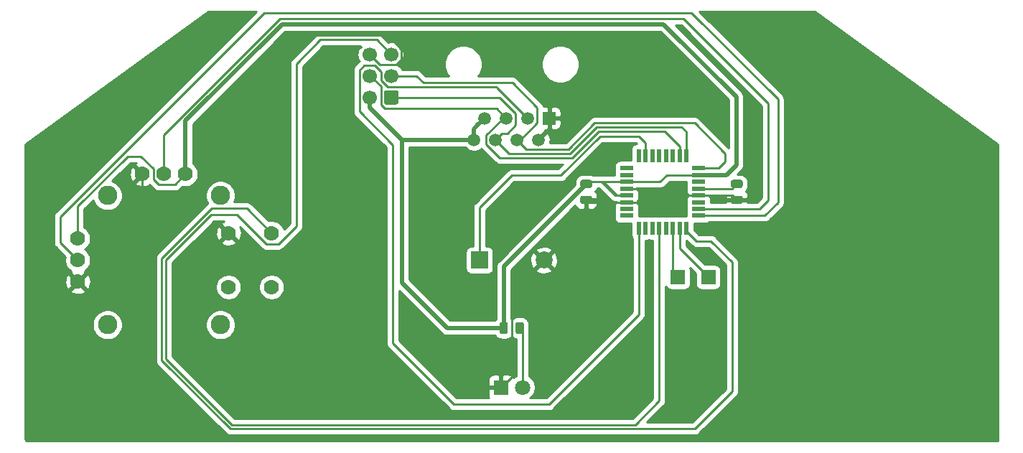
<source format=gbr>
%TF.GenerationSoftware,KiCad,Pcbnew,(5.1.6)-1*%
%TF.CreationDate,2020-10-28T14:57:09+01:00*%
%TF.ProjectId,Controller,436f6e74-726f-46c6-9c65-722e6b696361,rev?*%
%TF.SameCoordinates,Original*%
%TF.FileFunction,Copper,L2,Bot*%
%TF.FilePolarity,Positive*%
%FSLAX46Y46*%
G04 Gerber Fmt 4.6, Leading zero omitted, Abs format (unit mm)*
G04 Created by KiCad (PCBNEW (5.1.6)-1) date 2020-10-28 14:57:09*
%MOMM*%
%LPD*%
G01*
G04 APERTURE LIST*
%TA.AperFunction,ComponentPad*%
%ADD10R,1.700000X1.700000*%
%TD*%
%TA.AperFunction,ComponentPad*%
%ADD11C,1.778000*%
%TD*%
%TA.AperFunction,ComponentPad*%
%ADD12C,2.286000*%
%TD*%
%TA.AperFunction,ComponentPad*%
%ADD13C,1.500000*%
%TD*%
%TA.AperFunction,ComponentPad*%
%ADD14R,1.500000X1.500000*%
%TD*%
%TA.AperFunction,ComponentPad*%
%ADD15C,2.000000*%
%TD*%
%TA.AperFunction,ComponentPad*%
%ADD16R,2.000000X2.000000*%
%TD*%
%TA.AperFunction,ComponentPad*%
%ADD17C,1.800000*%
%TD*%
%TA.AperFunction,ComponentPad*%
%ADD18R,1.800000X1.800000*%
%TD*%
%TA.AperFunction,SMDPad,CuDef*%
%ADD19R,0.550000X1.600000*%
%TD*%
%TA.AperFunction,SMDPad,CuDef*%
%ADD20R,1.600000X0.550000*%
%TD*%
%TA.AperFunction,ComponentPad*%
%ADD21C,1.700000*%
%TD*%
%TA.AperFunction,ViaPad*%
%ADD22C,2.000000*%
%TD*%
%TA.AperFunction,Conductor*%
%ADD23C,0.250000*%
%TD*%
%TA.AperFunction,Conductor*%
%ADD24C,0.500000*%
%TD*%
%TA.AperFunction,Conductor*%
%ADD25C,0.254000*%
%TD*%
G04 APERTURE END LIST*
D10*
%TO.P,J2,1*%
%TO.N,Net-(J2-Pad1)*%
X85600000Y-52000000D03*
%TD*%
%TO.P,J1,1*%
%TO.N,Net-(J1-Pad1)*%
X89200000Y-52000000D03*
%TD*%
D11*
%TO.P,U11,V3*%
%TO.N,GND*%
X22460000Y-39840000D03*
%TO.P,U11,V2*%
%TO.N,Net-(U10-Pad23)*%
X25000000Y-39840000D03*
%TO.P,U11,V1*%
%TO.N,+3V3*%
X27540000Y-39840000D03*
D12*
%TO.P,U11,MOUN*%
%TO.N,N/C*%
X31667500Y-57620000D03*
X18332500Y-57620000D03*
X18332500Y-42380000D03*
X31667500Y-42380000D03*
D11*
%TO.P,U11,H3*%
%TO.N,GND*%
X14840000Y-52540000D03*
%TO.P,U11,H2*%
%TO.N,Net-(U10-Pad24)*%
X14840000Y-50000000D03*
%TO.P,U11,H1*%
%TO.N,+3V3*%
X14840000Y-47460000D03*
%TO.P,U11,B2B*%
%TO.N,N/C*%
X32620000Y-53175000D03*
%TO.P,U11,B2A*%
%TO.N,GND*%
X32620000Y-46825000D03*
%TO.P,U11,B1B*%
%TO.N,N/C*%
X37700000Y-53175000D03*
%TO.P,U11,B1A*%
%TO.N,Net-(U10-Pad25)*%
X37700000Y-46825000D03*
%TD*%
D13*
%TO.P,J7,8*%
%TO.N,+3V3*%
X61555000Y-35790000D03*
%TO.P,J7,7*%
X62825000Y-33250000D03*
%TO.P,J7,6*%
%TO.N,/CTRL_MISO*%
X64095000Y-35790000D03*
%TO.P,J7,5*%
%TO.N,/CTRL_MOSI*%
X65365000Y-33250000D03*
%TO.P,J7,4*%
%TO.N,/CTRL_SCK*%
X66635000Y-35790000D03*
%TO.P,J7,3*%
%TO.N,/CTRL_CS*%
X67905000Y-33250000D03*
%TO.P,J7,2*%
%TO.N,GND*%
X69175000Y-35790000D03*
D14*
%TO.P,J7,1*%
X70445000Y-33250000D03*
%TD*%
D15*
%TO.P,BZ2,2*%
%TO.N,GND*%
X69800000Y-50000000D03*
D16*
%TO.P,BZ2,1*%
%TO.N,Net-(BZ2-Pad1)*%
X62200000Y-50000000D03*
%TD*%
D17*
%TO.P,D1,2*%
%TO.N,Net-(D1-Pad2)*%
X67270000Y-65000000D03*
D18*
%TO.P,D1,1*%
%TO.N,GND*%
X64730000Y-65000000D03*
%TD*%
D19*
%TO.P,U10,32*%
%TO.N,/CTRL_CS*%
X81000000Y-46200000D03*
%TO.P,U10,31*%
%TO.N,/PD1*%
X81800000Y-46200000D03*
%TO.P,U10,30*%
%TO.N,/PD0*%
X82600000Y-46200000D03*
%TO.P,U10,29*%
%TO.N,/~RESET~*%
X83400000Y-46200000D03*
%TO.P,U10,28*%
%TO.N,/PC5*%
X84200000Y-46200000D03*
%TO.P,U10,27*%
%TO.N,Net-(J2-Pad1)*%
X85000000Y-46200000D03*
%TO.P,U10,26*%
%TO.N,Net-(J1-Pad1)*%
X85800000Y-46200000D03*
%TO.P,U10,25*%
%TO.N,Net-(U10-Pad25)*%
X86600000Y-46200000D03*
D20*
%TO.P,U10,24*%
%TO.N,Net-(U10-Pad24)*%
X88050000Y-44750000D03*
%TO.P,U10,23*%
%TO.N,Net-(U10-Pad23)*%
X88050000Y-43950000D03*
%TO.P,U10,22*%
%TO.N,Net-(U10-Pad22)*%
X88050000Y-43150000D03*
%TO.P,U10,21*%
%TO.N,GND*%
X88050000Y-42350000D03*
%TO.P,U10,20*%
%TO.N,Net-(C69-Pad1)*%
X88050000Y-41550000D03*
%TO.P,U10,19*%
%TO.N,Net-(U10-Pad19)*%
X88050000Y-40750000D03*
%TO.P,U10,18*%
%TO.N,+3V3*%
X88050000Y-39950000D03*
%TO.P,U10,17*%
%TO.N,/CTRL_SCK*%
X88050000Y-39150000D03*
D19*
%TO.P,U10,16*%
%TO.N,/CTRL_MISO*%
X86600000Y-37700000D03*
%TO.P,U10,15*%
%TO.N,/CTRL_MOSI*%
X85800000Y-37700000D03*
%TO.P,U10,14*%
%TO.N,/PB2*%
X85000000Y-37700000D03*
%TO.P,U10,13*%
%TO.N,/PB1*%
X84200000Y-37700000D03*
%TO.P,U10,12*%
%TO.N,/PB0*%
X83400000Y-37700000D03*
%TO.P,U10,11*%
%TO.N,/PD7*%
X82600000Y-37700000D03*
%TO.P,U10,10*%
%TO.N,Net-(BZ2-Pad1)*%
X81800000Y-37700000D03*
%TO.P,U10,9*%
%TO.N,/PD5*%
X81000000Y-37700000D03*
D20*
%TO.P,U10,8*%
%TO.N,/PB7*%
X79550000Y-39150000D03*
%TO.P,U10,7*%
%TO.N,/PB6*%
X79550000Y-39950000D03*
%TO.P,U10,6*%
%TO.N,+3V3*%
X79550000Y-40750000D03*
%TO.P,U10,5*%
%TO.N,GND*%
X79550000Y-41550000D03*
%TO.P,U10,4*%
%TO.N,+3V3*%
X79550000Y-42350000D03*
%TO.P,U10,3*%
%TO.N,GND*%
X79550000Y-43150000D03*
%TO.P,U10,2*%
%TO.N,/PD4*%
X79550000Y-43950000D03*
%TO.P,U10,1*%
%TO.N,/PD3*%
X79550000Y-44750000D03*
%TD*%
%TO.P,R1,2*%
%TO.N,Net-(D1-Pad2)*%
%TA.AperFunction,SMDPad,CuDef*%
G36*
G01*
X66450000Y-58456250D02*
X66450000Y-57543750D01*
G75*
G02*
X66693750Y-57300000I243750J0D01*
G01*
X67181250Y-57300000D01*
G75*
G02*
X67425000Y-57543750I0J-243750D01*
G01*
X67425000Y-58456250D01*
G75*
G02*
X67181250Y-58700000I-243750J0D01*
G01*
X66693750Y-58700000D01*
G75*
G02*
X66450000Y-58456250I0J243750D01*
G01*
G37*
%TD.AperFunction*%
%TO.P,R1,1*%
%TO.N,+3V3*%
%TA.AperFunction,SMDPad,CuDef*%
G36*
G01*
X64575000Y-58456250D02*
X64575000Y-57543750D01*
G75*
G02*
X64818750Y-57300000I243750J0D01*
G01*
X65306250Y-57300000D01*
G75*
G02*
X65550000Y-57543750I0J-243750D01*
G01*
X65550000Y-58456250D01*
G75*
G02*
X65306250Y-58700000I-243750J0D01*
G01*
X64818750Y-58700000D01*
G75*
G02*
X64575000Y-58456250I0J243750D01*
G01*
G37*
%TD.AperFunction*%
%TD*%
D21*
%TO.P,J20,6*%
%TO.N,GND*%
X49260000Y-25720000D03*
%TO.P,J20,4*%
%TO.N,/CTRL_MOSI*%
X49260000Y-28260000D03*
%TO.P,J20,2*%
%TO.N,+3V3*%
X49260000Y-30800000D03*
%TO.P,J20,5*%
%TO.N,/~RESET~*%
X51800000Y-25720000D03*
%TO.P,J20,3*%
%TO.N,/CTRL_SCK*%
X51800000Y-28260000D03*
%TO.P,J20,1*%
%TO.N,/CTRL_MISO*%
%TA.AperFunction,ComponentPad*%
G36*
G01*
X52650000Y-30200000D02*
X52650000Y-31400000D01*
G75*
G02*
X52400000Y-31650000I-250000J0D01*
G01*
X51200000Y-31650000D01*
G75*
G02*
X50950000Y-31400000I0J250000D01*
G01*
X50950000Y-30200000D01*
G75*
G02*
X51200000Y-29950000I250000J0D01*
G01*
X52400000Y-29950000D01*
G75*
G02*
X52650000Y-30200000I0J-250000D01*
G01*
G37*
%TD.AperFunction*%
%TD*%
%TO.P,C69,2*%
%TO.N,GND*%
%TA.AperFunction,SMDPad,CuDef*%
G36*
G01*
X92093750Y-42400000D02*
X93006250Y-42400000D01*
G75*
G02*
X93250000Y-42643750I0J-243750D01*
G01*
X93250000Y-43131250D01*
G75*
G02*
X93006250Y-43375000I-243750J0D01*
G01*
X92093750Y-43375000D01*
G75*
G02*
X91850000Y-43131250I0J243750D01*
G01*
X91850000Y-42643750D01*
G75*
G02*
X92093750Y-42400000I243750J0D01*
G01*
G37*
%TD.AperFunction*%
%TO.P,C69,1*%
%TO.N,Net-(C69-Pad1)*%
%TA.AperFunction,SMDPad,CuDef*%
G36*
G01*
X92093750Y-40525000D02*
X93006250Y-40525000D01*
G75*
G02*
X93250000Y-40768750I0J-243750D01*
G01*
X93250000Y-41256250D01*
G75*
G02*
X93006250Y-41500000I-243750J0D01*
G01*
X92093750Y-41500000D01*
G75*
G02*
X91850000Y-41256250I0J243750D01*
G01*
X91850000Y-40768750D01*
G75*
G02*
X92093750Y-40525000I243750J0D01*
G01*
G37*
%TD.AperFunction*%
%TD*%
%TO.P,C68,2*%
%TO.N,GND*%
%TA.AperFunction,SMDPad,CuDef*%
G36*
G01*
X74343750Y-42400000D02*
X75256250Y-42400000D01*
G75*
G02*
X75500000Y-42643750I0J-243750D01*
G01*
X75500000Y-43131250D01*
G75*
G02*
X75256250Y-43375000I-243750J0D01*
G01*
X74343750Y-43375000D01*
G75*
G02*
X74100000Y-43131250I0J243750D01*
G01*
X74100000Y-42643750D01*
G75*
G02*
X74343750Y-42400000I243750J0D01*
G01*
G37*
%TD.AperFunction*%
%TO.P,C68,1*%
%TO.N,+3V3*%
%TA.AperFunction,SMDPad,CuDef*%
G36*
G01*
X74343750Y-40525000D02*
X75256250Y-40525000D01*
G75*
G02*
X75500000Y-40768750I0J-243750D01*
G01*
X75500000Y-41256250D01*
G75*
G02*
X75256250Y-41500000I-243750J0D01*
G01*
X74343750Y-41500000D01*
G75*
G02*
X74100000Y-41256250I0J243750D01*
G01*
X74100000Y-40768750D01*
G75*
G02*
X74343750Y-40525000I243750J0D01*
G01*
G37*
%TD.AperFunction*%
%TD*%
D22*
%TO.N,GND*%
X80000000Y-64000000D03*
X76400000Y-52200000D03*
X81400000Y-27200000D03*
X94400000Y-35000000D03*
X87200000Y-64000000D03*
X45000000Y-49600000D03*
X21000000Y-31800000D03*
X101000000Y-35000000D03*
X58400000Y-42600000D03*
%TD*%
D23*
%TO.N,GND*%
X92012500Y-42350000D02*
X88050000Y-42350000D01*
X92550000Y-42887500D02*
X92012500Y-42350000D01*
X75062500Y-43150000D02*
X79550000Y-43150000D01*
X74800000Y-42887500D02*
X75062500Y-43150000D01*
X83400000Y-43150000D02*
X84200000Y-42350000D01*
X83400000Y-41550000D02*
X84200000Y-42350000D01*
X84200000Y-42350000D02*
X88050000Y-42350000D01*
X79550000Y-43150000D02*
X83400000Y-43150000D01*
X79550000Y-41550000D02*
X83400000Y-41550000D01*
X66000000Y-63730000D02*
X64730000Y-65000000D01*
X69800000Y-50000000D02*
X66000000Y-53800000D01*
X66000000Y-53800000D02*
X66000000Y-63730000D01*
X22460000Y-41210000D02*
X22460000Y-39840000D01*
X49260000Y-25720000D02*
X50485001Y-26945001D01*
X50485001Y-26945001D02*
X52388001Y-26945001D01*
X53025001Y-26308001D02*
X53025001Y-25131999D01*
X53025001Y-25131999D02*
X51392992Y-23499990D01*
X39250010Y-23499990D02*
X29400000Y-33350000D01*
X23750000Y-42500000D02*
X22460000Y-41210000D01*
X51392992Y-23499990D02*
X39250010Y-23499990D01*
X52388001Y-26945001D02*
X53025001Y-26308001D01*
X29400000Y-33350000D02*
X29400000Y-40600000D01*
X29400000Y-40600000D02*
X27500000Y-42500000D01*
X27500000Y-42500000D02*
X23750000Y-42500000D01*
%TO.N,Net-(BZ2-Pad1)*%
X81800000Y-37700000D02*
X81800000Y-36200000D01*
X81800000Y-36200000D02*
X81000000Y-35400000D01*
X81000000Y-35400000D02*
X76400000Y-35400000D01*
X76400000Y-35400000D02*
X71800000Y-40000000D01*
X71800000Y-40000000D02*
X66000000Y-40000000D01*
X62200000Y-43800000D02*
X62200000Y-50000000D01*
X66000000Y-40000000D02*
X62200000Y-43800000D01*
%TO.N,+3V3*%
X76850000Y-40750000D02*
X76850000Y-40800000D01*
X78200000Y-42350000D02*
X77550000Y-41700000D01*
X83500000Y-40750000D02*
X79550000Y-40750000D01*
X88050000Y-39950000D02*
X84300000Y-39950000D01*
X78400000Y-42350000D02*
X78200000Y-42350000D01*
X77550000Y-41700000D02*
X76600000Y-40750000D01*
X79550000Y-40750000D02*
X76850000Y-40750000D01*
X84300000Y-39950000D02*
X83500000Y-40750000D01*
X75062500Y-40750000D02*
X74800000Y-41012500D01*
X76850000Y-40800000D02*
X78400000Y-42350000D01*
X79550000Y-42350000D02*
X78400000Y-42350000D01*
X76850000Y-40750000D02*
X76600000Y-40750000D01*
X76600000Y-40750000D02*
X75062500Y-40750000D01*
D24*
X62825000Y-33250000D02*
X62000000Y-34075000D01*
X61555000Y-34520000D02*
X62000000Y-34075000D01*
X61555000Y-35790000D02*
X61555000Y-34520000D01*
X53047919Y-35790000D02*
X61555000Y-35790000D01*
X49260000Y-32002081D02*
X53047919Y-35790000D01*
X49260000Y-30800000D02*
X49260000Y-32002081D01*
X53047919Y-35790000D02*
X53047919Y-52647919D01*
X58400000Y-58000000D02*
X65062500Y-58000000D01*
X53047919Y-52647919D02*
X58400000Y-58000000D01*
X65062500Y-50750000D02*
X74800000Y-41012500D01*
X65062500Y-58000000D02*
X65062500Y-50750000D01*
X90463186Y-39950000D02*
X88050000Y-39950000D01*
D23*
X14840000Y-43625858D02*
X20715858Y-37750000D01*
X14840000Y-47460000D02*
X14840000Y-43625858D01*
X26275999Y-41104001D02*
X27540000Y-39840000D01*
X23735999Y-40446721D02*
X24393279Y-41104001D01*
X23735999Y-39245277D02*
X23735999Y-40446721D01*
X24393279Y-41104001D02*
X26275999Y-41104001D01*
X22240722Y-37750000D02*
X23735999Y-39245277D01*
X20715858Y-37750000D02*
X22240722Y-37750000D01*
D24*
X38941113Y-22174990D02*
X83924990Y-22174990D01*
X27540000Y-39840000D02*
X27540000Y-33576103D01*
X27540000Y-33576103D02*
X38941113Y-22174990D01*
X83924990Y-22174990D02*
X92500000Y-30750000D01*
X92500000Y-30750000D02*
X92500000Y-38750000D01*
X91300000Y-39950000D02*
X90463186Y-39950000D01*
X92500000Y-38750000D02*
X91300000Y-39950000D01*
D23*
%TO.N,Net-(C69-Pad1)*%
X88050000Y-41550000D02*
X92012500Y-41550000D01*
X92012500Y-41550000D02*
X92550000Y-41012500D01*
%TO.N,Net-(D1-Pad2)*%
X67270000Y-58332500D02*
X66937500Y-58000000D01*
X67270000Y-65000000D02*
X67270000Y-58332500D01*
%TO.N,/CTRL_MISO*%
X64580002Y-30800000D02*
X64300000Y-30800000D01*
X66490001Y-32709999D02*
X64580002Y-30800000D01*
X65529999Y-35040001D02*
X66490001Y-34079999D01*
X64844999Y-35040001D02*
X65529999Y-35040001D01*
X66490001Y-34079999D02*
X66490001Y-32709999D01*
X64095000Y-35790000D02*
X64844999Y-35040001D01*
X64300000Y-30800000D02*
X51800000Y-30800000D01*
X65720009Y-37415009D02*
X72892111Y-37415009D01*
X64095000Y-35790000D02*
X65720009Y-37415009D01*
X72892111Y-37415009D02*
X76007110Y-34300010D01*
X76007110Y-34300010D02*
X86050010Y-34300010D01*
X86600000Y-34850000D02*
X86600000Y-37700000D01*
X86050010Y-34300010D02*
X86600000Y-34850000D01*
%TO.N,/CTRL_MOSI*%
X64239999Y-32124999D02*
X65365000Y-33250000D01*
X51041099Y-32124999D02*
X64239999Y-32124999D01*
X50574990Y-31658890D02*
X51041099Y-32124999D01*
X50574990Y-29481112D02*
X50574990Y-31658890D01*
X49353878Y-28260000D02*
X50574990Y-29481112D01*
X49260000Y-28260000D02*
X49353878Y-28260000D01*
X73177863Y-37915017D02*
X76292860Y-34800020D01*
X64969998Y-33250000D02*
X62969999Y-35249999D01*
X64555015Y-37915017D02*
X73177863Y-37915017D01*
X65365000Y-33250000D02*
X64969998Y-33250000D01*
X62969999Y-36330001D02*
X64555015Y-37915017D01*
X62969999Y-35249999D02*
X62969999Y-36330001D01*
X85800000Y-36550000D02*
X85800000Y-37700000D01*
X84050020Y-34800020D02*
X85800000Y-36550000D01*
X76292860Y-34800020D02*
X84050020Y-34800020D01*
%TO.N,/CTRL_SCK*%
X90450000Y-39150000D02*
X88050000Y-39150000D01*
X91200000Y-38400000D02*
X90450000Y-39150000D01*
X91200000Y-37400000D02*
X91200000Y-38400000D01*
X75800000Y-33800000D02*
X87600000Y-33800000D01*
X87600000Y-33800000D02*
X91200000Y-37400000D01*
X67030002Y-35790000D02*
X66635000Y-35790000D01*
X69030001Y-33790001D02*
X67030002Y-35790000D01*
X66074980Y-29074980D02*
X69030001Y-32030001D01*
X69030001Y-32030001D02*
X69030001Y-33790001D01*
X54760000Y-28260000D02*
X55574980Y-29074980D01*
X55574980Y-29074980D02*
X66074980Y-29074980D01*
X51800000Y-28260000D02*
X54760000Y-28260000D01*
X67760001Y-36915001D02*
X72684999Y-36915001D01*
X72684999Y-36915001D02*
X75800000Y-33800000D01*
X66635000Y-35790000D02*
X67760001Y-36915001D01*
%TO.N,/CTRL_CS*%
X64229990Y-29574990D02*
X64279990Y-29624990D01*
X51375988Y-29574990D02*
X64229990Y-29574990D01*
X81000000Y-46200000D02*
X81000000Y-56400000D01*
X64279990Y-29624990D02*
X67905000Y-33250000D01*
X81000000Y-56400000D02*
X70400000Y-67000000D01*
X70400000Y-67000000D02*
X59200000Y-67000000D01*
X59200000Y-67000000D02*
X52000000Y-59800000D01*
X52000000Y-59800000D02*
X52000000Y-36400000D01*
X48034999Y-27582001D02*
X48617000Y-27000000D01*
X48034999Y-32434999D02*
X48034999Y-27582001D01*
X52000000Y-36400000D02*
X48034999Y-32434999D01*
X48617000Y-27000000D02*
X49813002Y-27000000D01*
X50574999Y-28774001D02*
X51375988Y-29574990D01*
X49813002Y-27000000D02*
X50574999Y-27761997D01*
X50574999Y-27761997D02*
X50574999Y-28774001D01*
%TO.N,/~RESET~*%
X83400000Y-46200000D02*
X83400000Y-47250000D01*
X33036410Y-69400000D02*
X25250010Y-61613600D01*
X25250010Y-61613600D02*
X25250010Y-49986400D01*
X80600000Y-69400000D02*
X33036410Y-69400000D01*
X83400000Y-66600000D02*
X80600000Y-69400000D01*
X25250010Y-49986400D02*
X30586400Y-44650010D01*
X83400000Y-46200000D02*
X83400000Y-66600000D01*
X37038981Y-48089001D02*
X38510999Y-48089001D01*
X33599990Y-44650010D02*
X37038981Y-48089001D01*
X38510999Y-48089001D02*
X40600000Y-46000000D01*
X30586400Y-44650010D02*
X33599990Y-44650010D01*
X51800000Y-25720000D02*
X50080000Y-24000000D01*
X43450000Y-24000000D02*
X40600000Y-26850000D01*
X50080000Y-24000000D02*
X43450000Y-24000000D01*
X40600000Y-46000000D02*
X40600000Y-26850000D01*
%TO.N,Net-(U10-Pad25)*%
X89500000Y-47750000D02*
X92000000Y-50250000D01*
X86600000Y-46600000D02*
X87750000Y-47750000D01*
X86600000Y-46200000D02*
X86600000Y-46600000D01*
X87750000Y-47750000D02*
X89500000Y-47750000D01*
X87599990Y-69900010D02*
X92000000Y-65500000D01*
X24750000Y-61820710D02*
X32829300Y-69900010D01*
X24750000Y-49779290D02*
X24750000Y-61820710D01*
X30631289Y-43898001D02*
X24750000Y-49779290D01*
X32829300Y-69900010D02*
X87599990Y-69900010D01*
X34773001Y-43898001D02*
X30631289Y-43898001D01*
X37700000Y-46825000D02*
X34773001Y-43898001D01*
X92000000Y-50250000D02*
X92000000Y-65500000D01*
%TO.N,Net-(U10-Pad24)*%
X95850000Y-44750000D02*
X92550000Y-44750000D01*
X97400000Y-43200000D02*
X95850000Y-44750000D01*
X97400000Y-31000000D02*
X97400000Y-43200000D01*
X14840000Y-50000000D02*
X12750000Y-47910000D01*
X12750000Y-44850000D02*
X36800000Y-20800000D01*
X12750000Y-47910000D02*
X12750000Y-44850000D01*
X92550000Y-44750000D02*
X88050000Y-44750000D01*
X36800000Y-20800000D02*
X87200000Y-20800000D01*
X87200000Y-20800000D02*
X97400000Y-31000000D01*
%TO.N,Net-(U10-Pad23)*%
X95250000Y-43950000D02*
X88050000Y-43950000D01*
X96250000Y-42950000D02*
X95250000Y-43950000D01*
X25000000Y-39840000D02*
X25000000Y-35232206D01*
X38682226Y-21549980D02*
X86299980Y-21549980D01*
X25000000Y-35232206D02*
X38682226Y-21549980D01*
X96250000Y-31500000D02*
X96250000Y-42950000D01*
X86299980Y-21549980D02*
X96250000Y-31500000D01*
%TO.N,Net-(J1-Pad1)*%
X85800000Y-48600000D02*
X89200000Y-52000000D01*
X85800000Y-46200000D02*
X85800000Y-48600000D01*
%TO.N,Net-(J2-Pad1)*%
X85000000Y-51400000D02*
X85000000Y-46200000D01*
X85600000Y-52000000D02*
X85000000Y-51400000D01*
%TD*%
D25*
%TO.N,GND*%
G36*
X12238998Y-44286201D02*
G01*
X12210000Y-44309999D01*
X12186202Y-44338997D01*
X12186201Y-44338998D01*
X12115026Y-44425724D01*
X12044454Y-44557754D01*
X12017381Y-44647004D01*
X12000998Y-44701014D01*
X11991347Y-44798997D01*
X11986324Y-44850000D01*
X11990001Y-44887332D01*
X11990000Y-47872677D01*
X11986324Y-47910000D01*
X11990000Y-47947322D01*
X11990000Y-47947332D01*
X12000997Y-48058985D01*
X12035970Y-48174276D01*
X12044454Y-48202246D01*
X12115026Y-48334276D01*
X12137720Y-48361928D01*
X12209999Y-48450001D01*
X12239003Y-48473804D01*
X13365623Y-49600425D01*
X13316000Y-49849899D01*
X13316000Y-50150101D01*
X13374566Y-50444534D01*
X13489449Y-50721885D01*
X13656232Y-50971493D01*
X13868507Y-51183768D01*
X14026622Y-51289417D01*
X13963374Y-51483769D01*
X14840000Y-52360395D01*
X15716626Y-51483769D01*
X15653378Y-51289417D01*
X15811493Y-51183768D01*
X16023768Y-50971493D01*
X16190551Y-50721885D01*
X16305434Y-50444534D01*
X16364000Y-50150101D01*
X16364000Y-49849899D01*
X16305434Y-49555466D01*
X16190551Y-49278115D01*
X16023768Y-49028507D01*
X15811493Y-48816232D01*
X15682438Y-48730000D01*
X15811493Y-48643768D01*
X16023768Y-48431493D01*
X16190551Y-48181885D01*
X16305434Y-47904534D01*
X16364000Y-47610101D01*
X16364000Y-47309899D01*
X16305434Y-47015466D01*
X16190551Y-46738115D01*
X16023768Y-46488507D01*
X15811493Y-46276232D01*
X15600000Y-46134917D01*
X15600000Y-43940659D01*
X16628454Y-42912205D01*
X16756857Y-43222199D01*
X16951437Y-43513409D01*
X17199091Y-43761063D01*
X17490301Y-43955643D01*
X17813877Y-44089672D01*
X18157382Y-44158000D01*
X18507618Y-44158000D01*
X18851123Y-44089672D01*
X19174699Y-43955643D01*
X19465909Y-43761063D01*
X19713563Y-43513409D01*
X19908143Y-43222199D01*
X20042172Y-42898623D01*
X20110500Y-42555118D01*
X20110500Y-42204882D01*
X20042172Y-41861377D01*
X19908143Y-41537801D01*
X19713563Y-41246591D01*
X19465909Y-40998937D01*
X19174699Y-40804357D01*
X18864706Y-40675954D01*
X19633672Y-39906988D01*
X20930092Y-39906988D01*
X20972557Y-40204171D01*
X21072184Y-40487359D01*
X21150711Y-40634273D01*
X21403769Y-40716626D01*
X22280395Y-39840000D01*
X21403769Y-38963374D01*
X21150711Y-39045727D01*
X21020914Y-39316418D01*
X20946420Y-39607230D01*
X20930092Y-39906988D01*
X19633672Y-39906988D01*
X21030660Y-38510000D01*
X21704475Y-38510000D01*
X21665727Y-38530711D01*
X21583374Y-38783769D01*
X22460000Y-39660395D01*
X22474143Y-39646253D01*
X22653748Y-39825858D01*
X22639605Y-39840000D01*
X22653748Y-39854143D01*
X22474143Y-40033748D01*
X22460000Y-40019605D01*
X21583374Y-40896231D01*
X21665727Y-41149289D01*
X21936418Y-41279086D01*
X22227230Y-41353580D01*
X22526988Y-41369908D01*
X22824171Y-41327443D01*
X23107359Y-41227816D01*
X23254273Y-41149289D01*
X23281157Y-41066680D01*
X23829479Y-41615003D01*
X23853278Y-41644002D01*
X23969003Y-41738975D01*
X24101032Y-41809547D01*
X24244293Y-41853004D01*
X24355946Y-41864001D01*
X24355955Y-41864001D01*
X24393278Y-41867677D01*
X24430601Y-41864001D01*
X26238677Y-41864001D01*
X26275999Y-41867677D01*
X26313321Y-41864001D01*
X26313332Y-41864001D01*
X26424985Y-41853004D01*
X26568246Y-41809547D01*
X26700275Y-41738975D01*
X26816000Y-41644002D01*
X26839803Y-41614998D01*
X27140425Y-41314377D01*
X27389899Y-41364000D01*
X27690101Y-41364000D01*
X27984534Y-41305434D01*
X28261885Y-41190551D01*
X28511493Y-41023768D01*
X28723768Y-40811493D01*
X28890551Y-40561885D01*
X29005434Y-40284534D01*
X29064000Y-39990101D01*
X29064000Y-39689899D01*
X29005434Y-39395466D01*
X28890551Y-39118115D01*
X28723768Y-38868507D01*
X28511493Y-38656232D01*
X28425000Y-38598439D01*
X28425000Y-33942681D01*
X39307692Y-23059990D01*
X83558412Y-23059990D01*
X91615000Y-31116579D01*
X91615001Y-36740199D01*
X88163804Y-33289003D01*
X88140001Y-33259999D01*
X88024276Y-33165026D01*
X87892247Y-33094454D01*
X87748986Y-33050997D01*
X87637333Y-33040000D01*
X87637322Y-33040000D01*
X87600000Y-33036324D01*
X87562678Y-33040000D01*
X75837325Y-33040000D01*
X75800000Y-33036324D01*
X75762675Y-33040000D01*
X75762667Y-33040000D01*
X75651014Y-33050997D01*
X75507753Y-33094454D01*
X75375724Y-33165026D01*
X75259999Y-33259999D01*
X75236201Y-33288997D01*
X72370198Y-36155001D01*
X70511459Y-36155001D01*
X70552250Y-35990040D01*
X70564812Y-35717508D01*
X70523965Y-35447762D01*
X70431277Y-35191168D01*
X70370860Y-35078137D01*
X70131993Y-35012612D01*
X69354605Y-35790000D01*
X69368748Y-35804143D01*
X69189143Y-35983748D01*
X69175000Y-35969605D01*
X69160858Y-35983748D01*
X68981253Y-35804143D01*
X68995395Y-35790000D01*
X68981253Y-35775858D01*
X69160858Y-35596253D01*
X69175000Y-35610395D01*
X69952388Y-34833007D01*
X69898545Y-34636725D01*
X70159250Y-34635000D01*
X70318000Y-34476250D01*
X70318000Y-33377000D01*
X70572000Y-33377000D01*
X70572000Y-34476250D01*
X70730750Y-34635000D01*
X71195000Y-34638072D01*
X71319482Y-34625812D01*
X71439180Y-34589502D01*
X71549494Y-34530537D01*
X71646185Y-34451185D01*
X71725537Y-34354494D01*
X71784502Y-34244180D01*
X71820812Y-34124482D01*
X71833072Y-34000000D01*
X71830000Y-33535750D01*
X71671250Y-33377000D01*
X70572000Y-33377000D01*
X70318000Y-33377000D01*
X70298000Y-33377000D01*
X70298000Y-33123000D01*
X70318000Y-33123000D01*
X70318000Y-32023750D01*
X70572000Y-32023750D01*
X70572000Y-33123000D01*
X71671250Y-33123000D01*
X71830000Y-32964250D01*
X71833072Y-32500000D01*
X71820812Y-32375518D01*
X71784502Y-32255820D01*
X71725537Y-32145506D01*
X71646185Y-32048815D01*
X71549494Y-31969463D01*
X71439180Y-31910498D01*
X71319482Y-31874188D01*
X71195000Y-31861928D01*
X70730750Y-31865000D01*
X70572000Y-32023750D01*
X70318000Y-32023750D01*
X70159250Y-31865000D01*
X69773371Y-31862447D01*
X69735547Y-31737754D01*
X69664975Y-31605725D01*
X69570002Y-31490000D01*
X69541005Y-31466203D01*
X66638784Y-28563983D01*
X66614981Y-28534979D01*
X66499256Y-28440006D01*
X66367227Y-28369434D01*
X66223966Y-28325977D01*
X66112313Y-28314980D01*
X66112302Y-28314980D01*
X66074980Y-28311304D01*
X66037658Y-28314980D01*
X62027552Y-28314980D01*
X62265631Y-27958669D01*
X62434110Y-27551925D01*
X62520000Y-27120128D01*
X62520000Y-26679872D01*
X69480000Y-26679872D01*
X69480000Y-27120128D01*
X69565890Y-27551925D01*
X69734369Y-27958669D01*
X69978962Y-28324729D01*
X70290271Y-28636038D01*
X70656331Y-28880631D01*
X71063075Y-29049110D01*
X71494872Y-29135000D01*
X71935128Y-29135000D01*
X72366925Y-29049110D01*
X72773669Y-28880631D01*
X73139729Y-28636038D01*
X73451038Y-28324729D01*
X73695631Y-27958669D01*
X73864110Y-27551925D01*
X73950000Y-27120128D01*
X73950000Y-26679872D01*
X73864110Y-26248075D01*
X73695631Y-25841331D01*
X73451038Y-25475271D01*
X73139729Y-25163962D01*
X72773669Y-24919369D01*
X72366925Y-24750890D01*
X71935128Y-24665000D01*
X71494872Y-24665000D01*
X71063075Y-24750890D01*
X70656331Y-24919369D01*
X70290271Y-25163962D01*
X69978962Y-25475271D01*
X69734369Y-25841331D01*
X69565890Y-26248075D01*
X69480000Y-26679872D01*
X62520000Y-26679872D01*
X62434110Y-26248075D01*
X62265631Y-25841331D01*
X62021038Y-25475271D01*
X61709729Y-25163962D01*
X61343669Y-24919369D01*
X60936925Y-24750890D01*
X60505128Y-24665000D01*
X60064872Y-24665000D01*
X59633075Y-24750890D01*
X59226331Y-24919369D01*
X58860271Y-25163962D01*
X58548962Y-25475271D01*
X58304369Y-25841331D01*
X58135890Y-26248075D01*
X58050000Y-26679872D01*
X58050000Y-27120128D01*
X58135890Y-27551925D01*
X58304369Y-27958669D01*
X58542448Y-28314980D01*
X55889782Y-28314980D01*
X55323803Y-27749002D01*
X55300001Y-27719999D01*
X55184276Y-27625026D01*
X55052247Y-27554454D01*
X54908986Y-27510997D01*
X54797333Y-27500000D01*
X54797322Y-27500000D01*
X54760000Y-27496324D01*
X54722678Y-27500000D01*
X53078178Y-27500000D01*
X52953475Y-27313368D01*
X52746632Y-27106525D01*
X52572240Y-26990000D01*
X52746632Y-26873475D01*
X52953475Y-26666632D01*
X53115990Y-26423411D01*
X53227932Y-26153158D01*
X53285000Y-25866260D01*
X53285000Y-25573740D01*
X53227932Y-25286842D01*
X53115990Y-25016589D01*
X52953475Y-24773368D01*
X52746632Y-24566525D01*
X52503411Y-24404010D01*
X52233158Y-24292068D01*
X51946260Y-24235000D01*
X51653740Y-24235000D01*
X51433592Y-24278791D01*
X50643804Y-23489003D01*
X50620001Y-23459999D01*
X50504276Y-23365026D01*
X50372247Y-23294454D01*
X50228986Y-23250997D01*
X50117333Y-23240000D01*
X50117322Y-23240000D01*
X50080000Y-23236324D01*
X50042678Y-23240000D01*
X43487325Y-23240000D01*
X43450000Y-23236324D01*
X43412675Y-23240000D01*
X43412667Y-23240000D01*
X43301014Y-23250997D01*
X43157753Y-23294454D01*
X43025724Y-23365026D01*
X42909999Y-23459999D01*
X42886201Y-23488997D01*
X40088998Y-26286201D01*
X40060000Y-26309999D01*
X40036202Y-26338997D01*
X40036201Y-26338998D01*
X39965026Y-26425724D01*
X39894454Y-26557754D01*
X39864180Y-26657558D01*
X39861428Y-26666632D01*
X39850998Y-26701015D01*
X39836324Y-26850000D01*
X39840001Y-26887333D01*
X39840000Y-45685198D01*
X39159371Y-46365828D01*
X39050551Y-46103115D01*
X38883768Y-45853507D01*
X38671493Y-45641232D01*
X38421885Y-45474449D01*
X38144534Y-45359566D01*
X37850101Y-45301000D01*
X37549899Y-45301000D01*
X37300425Y-45350623D01*
X35336805Y-43387004D01*
X35313002Y-43358000D01*
X35197277Y-43263027D01*
X35065248Y-43192455D01*
X34921987Y-43148998D01*
X34810334Y-43138001D01*
X34810323Y-43138001D01*
X34773001Y-43134325D01*
X34735679Y-43138001D01*
X33278019Y-43138001D01*
X33377172Y-42898623D01*
X33445500Y-42555118D01*
X33445500Y-42204882D01*
X33377172Y-41861377D01*
X33243143Y-41537801D01*
X33048563Y-41246591D01*
X32800909Y-40998937D01*
X32509699Y-40804357D01*
X32186123Y-40670328D01*
X31842618Y-40602000D01*
X31492382Y-40602000D01*
X31148877Y-40670328D01*
X30825301Y-40804357D01*
X30534091Y-40998937D01*
X30286437Y-41246591D01*
X30091857Y-41537801D01*
X29957828Y-41861377D01*
X29889500Y-42204882D01*
X29889500Y-42555118D01*
X29957828Y-42898623D01*
X30091857Y-43222199D01*
X30150259Y-43309604D01*
X30091288Y-43358000D01*
X30067490Y-43386998D01*
X24239003Y-49215486D01*
X24209999Y-49239289D01*
X24178136Y-49278115D01*
X24115026Y-49355014D01*
X24050679Y-49475398D01*
X24044454Y-49487044D01*
X24000997Y-49630305D01*
X23990000Y-49741958D01*
X23990000Y-49741968D01*
X23986324Y-49779290D01*
X23990000Y-49816612D01*
X23990001Y-61783378D01*
X23986324Y-61820710D01*
X24000998Y-61969695D01*
X24044454Y-62112956D01*
X24115026Y-62244986D01*
X24186201Y-62331712D01*
X24210000Y-62360711D01*
X24238998Y-62384509D01*
X32265501Y-70411013D01*
X32289299Y-70440011D01*
X32405024Y-70534984D01*
X32537053Y-70605556D01*
X32680314Y-70649013D01*
X32791967Y-70660010D01*
X32791975Y-70660010D01*
X32829300Y-70663686D01*
X32866625Y-70660010D01*
X87562668Y-70660010D01*
X87599990Y-70663686D01*
X87637312Y-70660010D01*
X87637323Y-70660010D01*
X87748976Y-70649013D01*
X87892237Y-70605556D01*
X88024266Y-70534984D01*
X88139991Y-70440011D01*
X88163794Y-70411007D01*
X92511003Y-66063799D01*
X92540001Y-66040001D01*
X92634974Y-65924276D01*
X92705546Y-65792247D01*
X92749003Y-65648986D01*
X92760000Y-65537333D01*
X92760000Y-65537323D01*
X92763676Y-65500000D01*
X92760000Y-65462677D01*
X92760000Y-50287323D01*
X92763676Y-50250000D01*
X92760000Y-50212677D01*
X92760000Y-50212667D01*
X92749003Y-50101014D01*
X92705546Y-49957753D01*
X92689862Y-49928411D01*
X92634974Y-49825723D01*
X92563799Y-49738997D01*
X92540001Y-49709999D01*
X92511004Y-49686202D01*
X90063804Y-47239003D01*
X90040001Y-47209999D01*
X89924276Y-47115026D01*
X89792247Y-47044454D01*
X89648986Y-47000997D01*
X89537333Y-46990000D01*
X89537322Y-46990000D01*
X89500000Y-46986324D01*
X89462678Y-46990000D01*
X88064802Y-46990000D01*
X87513072Y-46438271D01*
X87513072Y-45663072D01*
X88850000Y-45663072D01*
X88974482Y-45650812D01*
X89094180Y-45614502D01*
X89204494Y-45555537D01*
X89259981Y-45510000D01*
X95812678Y-45510000D01*
X95850000Y-45513676D01*
X95887322Y-45510000D01*
X95887333Y-45510000D01*
X95998986Y-45499003D01*
X96142247Y-45455546D01*
X96274276Y-45384974D01*
X96390001Y-45290001D01*
X96413804Y-45260997D01*
X97911003Y-43763799D01*
X97940001Y-43740001D01*
X97995798Y-43672012D01*
X98034974Y-43624277D01*
X98105546Y-43492247D01*
X98106227Y-43490001D01*
X98149003Y-43348986D01*
X98160000Y-43237333D01*
X98160000Y-43237323D01*
X98163676Y-43200001D01*
X98160000Y-43162678D01*
X98160000Y-31037322D01*
X98163676Y-30999999D01*
X98160000Y-30962676D01*
X98160000Y-30962667D01*
X98149003Y-30851014D01*
X98105546Y-30707753D01*
X98034974Y-30575724D01*
X97940001Y-30459999D01*
X97911004Y-30436202D01*
X88134801Y-20660000D01*
X101785381Y-20660000D01*
X123340001Y-36336088D01*
X123340000Y-71167721D01*
X123334229Y-71226578D01*
X123326511Y-71252143D01*
X123313972Y-71275724D01*
X123297093Y-71296420D01*
X123276516Y-71313442D01*
X123253026Y-71326144D01*
X123227516Y-71334040D01*
X123170815Y-71340000D01*
X8832279Y-71340000D01*
X8773422Y-71334229D01*
X8747857Y-71326511D01*
X8724276Y-71313972D01*
X8703580Y-71297093D01*
X8686558Y-71276516D01*
X8673856Y-71253026D01*
X8665960Y-71227516D01*
X8660000Y-71170815D01*
X8660000Y-57444882D01*
X16554500Y-57444882D01*
X16554500Y-57795118D01*
X16622828Y-58138623D01*
X16756857Y-58462199D01*
X16951437Y-58753409D01*
X17199091Y-59001063D01*
X17490301Y-59195643D01*
X17813877Y-59329672D01*
X18157382Y-59398000D01*
X18507618Y-59398000D01*
X18851123Y-59329672D01*
X19174699Y-59195643D01*
X19465909Y-59001063D01*
X19713563Y-58753409D01*
X19908143Y-58462199D01*
X20042172Y-58138623D01*
X20110500Y-57795118D01*
X20110500Y-57444882D01*
X20042172Y-57101377D01*
X19908143Y-56777801D01*
X19713563Y-56486591D01*
X19465909Y-56238937D01*
X19174699Y-56044357D01*
X18851123Y-55910328D01*
X18507618Y-55842000D01*
X18157382Y-55842000D01*
X17813877Y-55910328D01*
X17490301Y-56044357D01*
X17199091Y-56238937D01*
X16951437Y-56486591D01*
X16756857Y-56777801D01*
X16622828Y-57101377D01*
X16554500Y-57444882D01*
X8660000Y-57444882D01*
X8660000Y-53596231D01*
X13963374Y-53596231D01*
X14045727Y-53849289D01*
X14316418Y-53979086D01*
X14607230Y-54053580D01*
X14906988Y-54069908D01*
X15204171Y-54027443D01*
X15487359Y-53927816D01*
X15634273Y-53849289D01*
X15716626Y-53596231D01*
X14840000Y-52719605D01*
X13963374Y-53596231D01*
X8660000Y-53596231D01*
X8660000Y-52606988D01*
X13310092Y-52606988D01*
X13352557Y-52904171D01*
X13452184Y-53187359D01*
X13530711Y-53334273D01*
X13783769Y-53416626D01*
X14660395Y-52540000D01*
X15019605Y-52540000D01*
X15896231Y-53416626D01*
X16149289Y-53334273D01*
X16279086Y-53063582D01*
X16353580Y-52772770D01*
X16369908Y-52473012D01*
X16327443Y-52175829D01*
X16227816Y-51892641D01*
X16149289Y-51745727D01*
X15896231Y-51663374D01*
X15019605Y-52540000D01*
X14660395Y-52540000D01*
X13783769Y-51663374D01*
X13530711Y-51745727D01*
X13400914Y-52016418D01*
X13326420Y-52307230D01*
X13310092Y-52606988D01*
X8660000Y-52606988D01*
X8660000Y-36336087D01*
X30214621Y-20660000D01*
X35865198Y-20660000D01*
X12238998Y-44286201D01*
G37*
X12238998Y-44286201D02*
X12210000Y-44309999D01*
X12186202Y-44338997D01*
X12186201Y-44338998D01*
X12115026Y-44425724D01*
X12044454Y-44557754D01*
X12017381Y-44647004D01*
X12000998Y-44701014D01*
X11991347Y-44798997D01*
X11986324Y-44850000D01*
X11990001Y-44887332D01*
X11990000Y-47872677D01*
X11986324Y-47910000D01*
X11990000Y-47947322D01*
X11990000Y-47947332D01*
X12000997Y-48058985D01*
X12035970Y-48174276D01*
X12044454Y-48202246D01*
X12115026Y-48334276D01*
X12137720Y-48361928D01*
X12209999Y-48450001D01*
X12239003Y-48473804D01*
X13365623Y-49600425D01*
X13316000Y-49849899D01*
X13316000Y-50150101D01*
X13374566Y-50444534D01*
X13489449Y-50721885D01*
X13656232Y-50971493D01*
X13868507Y-51183768D01*
X14026622Y-51289417D01*
X13963374Y-51483769D01*
X14840000Y-52360395D01*
X15716626Y-51483769D01*
X15653378Y-51289417D01*
X15811493Y-51183768D01*
X16023768Y-50971493D01*
X16190551Y-50721885D01*
X16305434Y-50444534D01*
X16364000Y-50150101D01*
X16364000Y-49849899D01*
X16305434Y-49555466D01*
X16190551Y-49278115D01*
X16023768Y-49028507D01*
X15811493Y-48816232D01*
X15682438Y-48730000D01*
X15811493Y-48643768D01*
X16023768Y-48431493D01*
X16190551Y-48181885D01*
X16305434Y-47904534D01*
X16364000Y-47610101D01*
X16364000Y-47309899D01*
X16305434Y-47015466D01*
X16190551Y-46738115D01*
X16023768Y-46488507D01*
X15811493Y-46276232D01*
X15600000Y-46134917D01*
X15600000Y-43940659D01*
X16628454Y-42912205D01*
X16756857Y-43222199D01*
X16951437Y-43513409D01*
X17199091Y-43761063D01*
X17490301Y-43955643D01*
X17813877Y-44089672D01*
X18157382Y-44158000D01*
X18507618Y-44158000D01*
X18851123Y-44089672D01*
X19174699Y-43955643D01*
X19465909Y-43761063D01*
X19713563Y-43513409D01*
X19908143Y-43222199D01*
X20042172Y-42898623D01*
X20110500Y-42555118D01*
X20110500Y-42204882D01*
X20042172Y-41861377D01*
X19908143Y-41537801D01*
X19713563Y-41246591D01*
X19465909Y-40998937D01*
X19174699Y-40804357D01*
X18864706Y-40675954D01*
X19633672Y-39906988D01*
X20930092Y-39906988D01*
X20972557Y-40204171D01*
X21072184Y-40487359D01*
X21150711Y-40634273D01*
X21403769Y-40716626D01*
X22280395Y-39840000D01*
X21403769Y-38963374D01*
X21150711Y-39045727D01*
X21020914Y-39316418D01*
X20946420Y-39607230D01*
X20930092Y-39906988D01*
X19633672Y-39906988D01*
X21030660Y-38510000D01*
X21704475Y-38510000D01*
X21665727Y-38530711D01*
X21583374Y-38783769D01*
X22460000Y-39660395D01*
X22474143Y-39646253D01*
X22653748Y-39825858D01*
X22639605Y-39840000D01*
X22653748Y-39854143D01*
X22474143Y-40033748D01*
X22460000Y-40019605D01*
X21583374Y-40896231D01*
X21665727Y-41149289D01*
X21936418Y-41279086D01*
X22227230Y-41353580D01*
X22526988Y-41369908D01*
X22824171Y-41327443D01*
X23107359Y-41227816D01*
X23254273Y-41149289D01*
X23281157Y-41066680D01*
X23829479Y-41615003D01*
X23853278Y-41644002D01*
X23969003Y-41738975D01*
X24101032Y-41809547D01*
X24244293Y-41853004D01*
X24355946Y-41864001D01*
X24355955Y-41864001D01*
X24393278Y-41867677D01*
X24430601Y-41864001D01*
X26238677Y-41864001D01*
X26275999Y-41867677D01*
X26313321Y-41864001D01*
X26313332Y-41864001D01*
X26424985Y-41853004D01*
X26568246Y-41809547D01*
X26700275Y-41738975D01*
X26816000Y-41644002D01*
X26839803Y-41614998D01*
X27140425Y-41314377D01*
X27389899Y-41364000D01*
X27690101Y-41364000D01*
X27984534Y-41305434D01*
X28261885Y-41190551D01*
X28511493Y-41023768D01*
X28723768Y-40811493D01*
X28890551Y-40561885D01*
X29005434Y-40284534D01*
X29064000Y-39990101D01*
X29064000Y-39689899D01*
X29005434Y-39395466D01*
X28890551Y-39118115D01*
X28723768Y-38868507D01*
X28511493Y-38656232D01*
X28425000Y-38598439D01*
X28425000Y-33942681D01*
X39307692Y-23059990D01*
X83558412Y-23059990D01*
X91615000Y-31116579D01*
X91615001Y-36740199D01*
X88163804Y-33289003D01*
X88140001Y-33259999D01*
X88024276Y-33165026D01*
X87892247Y-33094454D01*
X87748986Y-33050997D01*
X87637333Y-33040000D01*
X87637322Y-33040000D01*
X87600000Y-33036324D01*
X87562678Y-33040000D01*
X75837325Y-33040000D01*
X75800000Y-33036324D01*
X75762675Y-33040000D01*
X75762667Y-33040000D01*
X75651014Y-33050997D01*
X75507753Y-33094454D01*
X75375724Y-33165026D01*
X75259999Y-33259999D01*
X75236201Y-33288997D01*
X72370198Y-36155001D01*
X70511459Y-36155001D01*
X70552250Y-35990040D01*
X70564812Y-35717508D01*
X70523965Y-35447762D01*
X70431277Y-35191168D01*
X70370860Y-35078137D01*
X70131993Y-35012612D01*
X69354605Y-35790000D01*
X69368748Y-35804143D01*
X69189143Y-35983748D01*
X69175000Y-35969605D01*
X69160858Y-35983748D01*
X68981253Y-35804143D01*
X68995395Y-35790000D01*
X68981253Y-35775858D01*
X69160858Y-35596253D01*
X69175000Y-35610395D01*
X69952388Y-34833007D01*
X69898545Y-34636725D01*
X70159250Y-34635000D01*
X70318000Y-34476250D01*
X70318000Y-33377000D01*
X70572000Y-33377000D01*
X70572000Y-34476250D01*
X70730750Y-34635000D01*
X71195000Y-34638072D01*
X71319482Y-34625812D01*
X71439180Y-34589502D01*
X71549494Y-34530537D01*
X71646185Y-34451185D01*
X71725537Y-34354494D01*
X71784502Y-34244180D01*
X71820812Y-34124482D01*
X71833072Y-34000000D01*
X71830000Y-33535750D01*
X71671250Y-33377000D01*
X70572000Y-33377000D01*
X70318000Y-33377000D01*
X70298000Y-33377000D01*
X70298000Y-33123000D01*
X70318000Y-33123000D01*
X70318000Y-32023750D01*
X70572000Y-32023750D01*
X70572000Y-33123000D01*
X71671250Y-33123000D01*
X71830000Y-32964250D01*
X71833072Y-32500000D01*
X71820812Y-32375518D01*
X71784502Y-32255820D01*
X71725537Y-32145506D01*
X71646185Y-32048815D01*
X71549494Y-31969463D01*
X71439180Y-31910498D01*
X71319482Y-31874188D01*
X71195000Y-31861928D01*
X70730750Y-31865000D01*
X70572000Y-32023750D01*
X70318000Y-32023750D01*
X70159250Y-31865000D01*
X69773371Y-31862447D01*
X69735547Y-31737754D01*
X69664975Y-31605725D01*
X69570002Y-31490000D01*
X69541005Y-31466203D01*
X66638784Y-28563983D01*
X66614981Y-28534979D01*
X66499256Y-28440006D01*
X66367227Y-28369434D01*
X66223966Y-28325977D01*
X66112313Y-28314980D01*
X66112302Y-28314980D01*
X66074980Y-28311304D01*
X66037658Y-28314980D01*
X62027552Y-28314980D01*
X62265631Y-27958669D01*
X62434110Y-27551925D01*
X62520000Y-27120128D01*
X62520000Y-26679872D01*
X69480000Y-26679872D01*
X69480000Y-27120128D01*
X69565890Y-27551925D01*
X69734369Y-27958669D01*
X69978962Y-28324729D01*
X70290271Y-28636038D01*
X70656331Y-28880631D01*
X71063075Y-29049110D01*
X71494872Y-29135000D01*
X71935128Y-29135000D01*
X72366925Y-29049110D01*
X72773669Y-28880631D01*
X73139729Y-28636038D01*
X73451038Y-28324729D01*
X73695631Y-27958669D01*
X73864110Y-27551925D01*
X73950000Y-27120128D01*
X73950000Y-26679872D01*
X73864110Y-26248075D01*
X73695631Y-25841331D01*
X73451038Y-25475271D01*
X73139729Y-25163962D01*
X72773669Y-24919369D01*
X72366925Y-24750890D01*
X71935128Y-24665000D01*
X71494872Y-24665000D01*
X71063075Y-24750890D01*
X70656331Y-24919369D01*
X70290271Y-25163962D01*
X69978962Y-25475271D01*
X69734369Y-25841331D01*
X69565890Y-26248075D01*
X69480000Y-26679872D01*
X62520000Y-26679872D01*
X62434110Y-26248075D01*
X62265631Y-25841331D01*
X62021038Y-25475271D01*
X61709729Y-25163962D01*
X61343669Y-24919369D01*
X60936925Y-24750890D01*
X60505128Y-24665000D01*
X60064872Y-24665000D01*
X59633075Y-24750890D01*
X59226331Y-24919369D01*
X58860271Y-25163962D01*
X58548962Y-25475271D01*
X58304369Y-25841331D01*
X58135890Y-26248075D01*
X58050000Y-26679872D01*
X58050000Y-27120128D01*
X58135890Y-27551925D01*
X58304369Y-27958669D01*
X58542448Y-28314980D01*
X55889782Y-28314980D01*
X55323803Y-27749002D01*
X55300001Y-27719999D01*
X55184276Y-27625026D01*
X55052247Y-27554454D01*
X54908986Y-27510997D01*
X54797333Y-27500000D01*
X54797322Y-27500000D01*
X54760000Y-27496324D01*
X54722678Y-27500000D01*
X53078178Y-27500000D01*
X52953475Y-27313368D01*
X52746632Y-27106525D01*
X52572240Y-26990000D01*
X52746632Y-26873475D01*
X52953475Y-26666632D01*
X53115990Y-26423411D01*
X53227932Y-26153158D01*
X53285000Y-25866260D01*
X53285000Y-25573740D01*
X53227932Y-25286842D01*
X53115990Y-25016589D01*
X52953475Y-24773368D01*
X52746632Y-24566525D01*
X52503411Y-24404010D01*
X52233158Y-24292068D01*
X51946260Y-24235000D01*
X51653740Y-24235000D01*
X51433592Y-24278791D01*
X50643804Y-23489003D01*
X50620001Y-23459999D01*
X50504276Y-23365026D01*
X50372247Y-23294454D01*
X50228986Y-23250997D01*
X50117333Y-23240000D01*
X50117322Y-23240000D01*
X50080000Y-23236324D01*
X50042678Y-23240000D01*
X43487325Y-23240000D01*
X43450000Y-23236324D01*
X43412675Y-23240000D01*
X43412667Y-23240000D01*
X43301014Y-23250997D01*
X43157753Y-23294454D01*
X43025724Y-23365026D01*
X42909999Y-23459999D01*
X42886201Y-23488997D01*
X40088998Y-26286201D01*
X40060000Y-26309999D01*
X40036202Y-26338997D01*
X40036201Y-26338998D01*
X39965026Y-26425724D01*
X39894454Y-26557754D01*
X39864180Y-26657558D01*
X39861428Y-26666632D01*
X39850998Y-26701015D01*
X39836324Y-26850000D01*
X39840001Y-26887333D01*
X39840000Y-45685198D01*
X39159371Y-46365828D01*
X39050551Y-46103115D01*
X38883768Y-45853507D01*
X38671493Y-45641232D01*
X38421885Y-45474449D01*
X38144534Y-45359566D01*
X37850101Y-45301000D01*
X37549899Y-45301000D01*
X37300425Y-45350623D01*
X35336805Y-43387004D01*
X35313002Y-43358000D01*
X35197277Y-43263027D01*
X35065248Y-43192455D01*
X34921987Y-43148998D01*
X34810334Y-43138001D01*
X34810323Y-43138001D01*
X34773001Y-43134325D01*
X34735679Y-43138001D01*
X33278019Y-43138001D01*
X33377172Y-42898623D01*
X33445500Y-42555118D01*
X33445500Y-42204882D01*
X33377172Y-41861377D01*
X33243143Y-41537801D01*
X33048563Y-41246591D01*
X32800909Y-40998937D01*
X32509699Y-40804357D01*
X32186123Y-40670328D01*
X31842618Y-40602000D01*
X31492382Y-40602000D01*
X31148877Y-40670328D01*
X30825301Y-40804357D01*
X30534091Y-40998937D01*
X30286437Y-41246591D01*
X30091857Y-41537801D01*
X29957828Y-41861377D01*
X29889500Y-42204882D01*
X29889500Y-42555118D01*
X29957828Y-42898623D01*
X30091857Y-43222199D01*
X30150259Y-43309604D01*
X30091288Y-43358000D01*
X30067490Y-43386998D01*
X24239003Y-49215486D01*
X24209999Y-49239289D01*
X24178136Y-49278115D01*
X24115026Y-49355014D01*
X24050679Y-49475398D01*
X24044454Y-49487044D01*
X24000997Y-49630305D01*
X23990000Y-49741958D01*
X23990000Y-49741968D01*
X23986324Y-49779290D01*
X23990000Y-49816612D01*
X23990001Y-61783378D01*
X23986324Y-61820710D01*
X24000998Y-61969695D01*
X24044454Y-62112956D01*
X24115026Y-62244986D01*
X24186201Y-62331712D01*
X24210000Y-62360711D01*
X24238998Y-62384509D01*
X32265501Y-70411013D01*
X32289299Y-70440011D01*
X32405024Y-70534984D01*
X32537053Y-70605556D01*
X32680314Y-70649013D01*
X32791967Y-70660010D01*
X32791975Y-70660010D01*
X32829300Y-70663686D01*
X32866625Y-70660010D01*
X87562668Y-70660010D01*
X87599990Y-70663686D01*
X87637312Y-70660010D01*
X87637323Y-70660010D01*
X87748976Y-70649013D01*
X87892237Y-70605556D01*
X88024266Y-70534984D01*
X88139991Y-70440011D01*
X88163794Y-70411007D01*
X92511003Y-66063799D01*
X92540001Y-66040001D01*
X92634974Y-65924276D01*
X92705546Y-65792247D01*
X92749003Y-65648986D01*
X92760000Y-65537333D01*
X92760000Y-65537323D01*
X92763676Y-65500000D01*
X92760000Y-65462677D01*
X92760000Y-50287323D01*
X92763676Y-50250000D01*
X92760000Y-50212677D01*
X92760000Y-50212667D01*
X92749003Y-50101014D01*
X92705546Y-49957753D01*
X92689862Y-49928411D01*
X92634974Y-49825723D01*
X92563799Y-49738997D01*
X92540001Y-49709999D01*
X92511004Y-49686202D01*
X90063804Y-47239003D01*
X90040001Y-47209999D01*
X89924276Y-47115026D01*
X89792247Y-47044454D01*
X89648986Y-47000997D01*
X89537333Y-46990000D01*
X89537322Y-46990000D01*
X89500000Y-46986324D01*
X89462678Y-46990000D01*
X88064802Y-46990000D01*
X87513072Y-46438271D01*
X87513072Y-45663072D01*
X88850000Y-45663072D01*
X88974482Y-45650812D01*
X89094180Y-45614502D01*
X89204494Y-45555537D01*
X89259981Y-45510000D01*
X95812678Y-45510000D01*
X95850000Y-45513676D01*
X95887322Y-45510000D01*
X95887333Y-45510000D01*
X95998986Y-45499003D01*
X96142247Y-45455546D01*
X96274276Y-45384974D01*
X96390001Y-45290001D01*
X96413804Y-45260997D01*
X97911003Y-43763799D01*
X97940001Y-43740001D01*
X97995798Y-43672012D01*
X98034974Y-43624277D01*
X98105546Y-43492247D01*
X98106227Y-43490001D01*
X98149003Y-43348986D01*
X98160000Y-43237333D01*
X98160000Y-43237323D01*
X98163676Y-43200001D01*
X98160000Y-43162678D01*
X98160000Y-31037322D01*
X98163676Y-30999999D01*
X98160000Y-30962676D01*
X98160000Y-30962667D01*
X98149003Y-30851014D01*
X98105546Y-30707753D01*
X98034974Y-30575724D01*
X97940001Y-30459999D01*
X97911004Y-30436202D01*
X88134801Y-20660000D01*
X101785381Y-20660000D01*
X123340001Y-36336088D01*
X123340000Y-71167721D01*
X123334229Y-71226578D01*
X123326511Y-71252143D01*
X123313972Y-71275724D01*
X123297093Y-71296420D01*
X123276516Y-71313442D01*
X123253026Y-71326144D01*
X123227516Y-71334040D01*
X123170815Y-71340000D01*
X8832279Y-71340000D01*
X8773422Y-71334229D01*
X8747857Y-71326511D01*
X8724276Y-71313972D01*
X8703580Y-71297093D01*
X8686558Y-71276516D01*
X8673856Y-71253026D01*
X8665960Y-71227516D01*
X8660000Y-71170815D01*
X8660000Y-57444882D01*
X16554500Y-57444882D01*
X16554500Y-57795118D01*
X16622828Y-58138623D01*
X16756857Y-58462199D01*
X16951437Y-58753409D01*
X17199091Y-59001063D01*
X17490301Y-59195643D01*
X17813877Y-59329672D01*
X18157382Y-59398000D01*
X18507618Y-59398000D01*
X18851123Y-59329672D01*
X19174699Y-59195643D01*
X19465909Y-59001063D01*
X19713563Y-58753409D01*
X19908143Y-58462199D01*
X20042172Y-58138623D01*
X20110500Y-57795118D01*
X20110500Y-57444882D01*
X20042172Y-57101377D01*
X19908143Y-56777801D01*
X19713563Y-56486591D01*
X19465909Y-56238937D01*
X19174699Y-56044357D01*
X18851123Y-55910328D01*
X18507618Y-55842000D01*
X18157382Y-55842000D01*
X17813877Y-55910328D01*
X17490301Y-56044357D01*
X17199091Y-56238937D01*
X16951437Y-56486591D01*
X16756857Y-56777801D01*
X16622828Y-57101377D01*
X16554500Y-57444882D01*
X8660000Y-57444882D01*
X8660000Y-53596231D01*
X13963374Y-53596231D01*
X14045727Y-53849289D01*
X14316418Y-53979086D01*
X14607230Y-54053580D01*
X14906988Y-54069908D01*
X15204171Y-54027443D01*
X15487359Y-53927816D01*
X15634273Y-53849289D01*
X15716626Y-53596231D01*
X14840000Y-52719605D01*
X13963374Y-53596231D01*
X8660000Y-53596231D01*
X8660000Y-52606988D01*
X13310092Y-52606988D01*
X13352557Y-52904171D01*
X13452184Y-53187359D01*
X13530711Y-53334273D01*
X13783769Y-53416626D01*
X14660395Y-52540000D01*
X15019605Y-52540000D01*
X15896231Y-53416626D01*
X16149289Y-53334273D01*
X16279086Y-53063582D01*
X16353580Y-52772770D01*
X16369908Y-52473012D01*
X16327443Y-52175829D01*
X16227816Y-51892641D01*
X16149289Y-51745727D01*
X15896231Y-51663374D01*
X15019605Y-52540000D01*
X14660395Y-52540000D01*
X13783769Y-51663374D01*
X13530711Y-51745727D01*
X13400914Y-52016418D01*
X13326420Y-52307230D01*
X13310092Y-52606988D01*
X8660000Y-52606988D01*
X8660000Y-36336087D01*
X30214621Y-20660000D01*
X35865198Y-20660000D01*
X12238998Y-44286201D01*
G36*
X87186200Y-48261002D02*
G01*
X87209999Y-48290001D01*
X87238997Y-48313799D01*
X87325724Y-48384974D01*
X87457753Y-48455546D01*
X87601014Y-48499003D01*
X87750000Y-48513677D01*
X87787333Y-48510000D01*
X89185199Y-48510000D01*
X91240000Y-50564802D01*
X91240001Y-65185197D01*
X87285189Y-69140010D01*
X81934791Y-69140010D01*
X83911003Y-67163799D01*
X83940001Y-67140001D01*
X83966332Y-67107917D01*
X84034974Y-67024277D01*
X84105546Y-66892247D01*
X84118053Y-66851015D01*
X84149003Y-66748986D01*
X84160000Y-66637333D01*
X84160000Y-66637323D01*
X84163676Y-66600000D01*
X84160000Y-66562677D01*
X84160000Y-53092538D01*
X84160498Y-53094180D01*
X84219463Y-53204494D01*
X84298815Y-53301185D01*
X84395506Y-53380537D01*
X84505820Y-53439502D01*
X84625518Y-53475812D01*
X84750000Y-53488072D01*
X86450000Y-53488072D01*
X86574482Y-53475812D01*
X86694180Y-53439502D01*
X86804494Y-53380537D01*
X86901185Y-53301185D01*
X86980537Y-53204494D01*
X87039502Y-53094180D01*
X87075812Y-52974482D01*
X87088072Y-52850000D01*
X87088072Y-51150000D01*
X87075812Y-51025518D01*
X87043196Y-50917998D01*
X87711928Y-51586730D01*
X87711928Y-52850000D01*
X87724188Y-52974482D01*
X87760498Y-53094180D01*
X87819463Y-53204494D01*
X87898815Y-53301185D01*
X87995506Y-53380537D01*
X88105820Y-53439502D01*
X88225518Y-53475812D01*
X88350000Y-53488072D01*
X90050000Y-53488072D01*
X90174482Y-53475812D01*
X90294180Y-53439502D01*
X90404494Y-53380537D01*
X90501185Y-53301185D01*
X90580537Y-53204494D01*
X90639502Y-53094180D01*
X90675812Y-52974482D01*
X90688072Y-52850000D01*
X90688072Y-51150000D01*
X90675812Y-51025518D01*
X90639502Y-50905820D01*
X90580537Y-50795506D01*
X90501185Y-50698815D01*
X90404494Y-50619463D01*
X90294180Y-50560498D01*
X90174482Y-50524188D01*
X90050000Y-50511928D01*
X88786730Y-50511928D01*
X86560000Y-48285199D01*
X86560000Y-47638072D01*
X86563271Y-47638072D01*
X87186200Y-48261002D01*
G37*
X87186200Y-48261002D02*
X87209999Y-48290001D01*
X87238997Y-48313799D01*
X87325724Y-48384974D01*
X87457753Y-48455546D01*
X87601014Y-48499003D01*
X87750000Y-48513677D01*
X87787333Y-48510000D01*
X89185199Y-48510000D01*
X91240000Y-50564802D01*
X91240001Y-65185197D01*
X87285189Y-69140010D01*
X81934791Y-69140010D01*
X83911003Y-67163799D01*
X83940001Y-67140001D01*
X83966332Y-67107917D01*
X84034974Y-67024277D01*
X84105546Y-66892247D01*
X84118053Y-66851015D01*
X84149003Y-66748986D01*
X84160000Y-66637333D01*
X84160000Y-66637323D01*
X84163676Y-66600000D01*
X84160000Y-66562677D01*
X84160000Y-53092538D01*
X84160498Y-53094180D01*
X84219463Y-53204494D01*
X84298815Y-53301185D01*
X84395506Y-53380537D01*
X84505820Y-53439502D01*
X84625518Y-53475812D01*
X84750000Y-53488072D01*
X86450000Y-53488072D01*
X86574482Y-53475812D01*
X86694180Y-53439502D01*
X86804494Y-53380537D01*
X86901185Y-53301185D01*
X86980537Y-53204494D01*
X87039502Y-53094180D01*
X87075812Y-52974482D01*
X87088072Y-52850000D01*
X87088072Y-51150000D01*
X87075812Y-51025518D01*
X87043196Y-50917998D01*
X87711928Y-51586730D01*
X87711928Y-52850000D01*
X87724188Y-52974482D01*
X87760498Y-53094180D01*
X87819463Y-53204494D01*
X87898815Y-53301185D01*
X87995506Y-53380537D01*
X88105820Y-53439502D01*
X88225518Y-53475812D01*
X88350000Y-53488072D01*
X90050000Y-53488072D01*
X90174482Y-53475812D01*
X90294180Y-53439502D01*
X90404494Y-53380537D01*
X90501185Y-53301185D01*
X90580537Y-53204494D01*
X90639502Y-53094180D01*
X90675812Y-52974482D01*
X90688072Y-52850000D01*
X90688072Y-51150000D01*
X90675812Y-51025518D01*
X90639502Y-50905820D01*
X90580537Y-50795506D01*
X90501185Y-50698815D01*
X90404494Y-50619463D01*
X90294180Y-50560498D01*
X90174482Y-50524188D01*
X90050000Y-50511928D01*
X88786730Y-50511928D01*
X86560000Y-48285199D01*
X86560000Y-47638072D01*
X86563271Y-47638072D01*
X87186200Y-48261002D01*
G36*
X48231601Y-24871209D02*
G01*
X47982528Y-24948843D01*
X47856629Y-25212883D01*
X47784661Y-25496411D01*
X47769389Y-25788531D01*
X47811401Y-26078019D01*
X47909081Y-26353747D01*
X47982528Y-26491157D01*
X48034761Y-26507438D01*
X47523997Y-27018202D01*
X47494999Y-27042000D01*
X47471201Y-27070998D01*
X47471200Y-27070999D01*
X47400025Y-27157725D01*
X47329453Y-27289755D01*
X47314903Y-27337722D01*
X47285997Y-27433015D01*
X47278316Y-27510997D01*
X47271323Y-27582001D01*
X47275000Y-27619333D01*
X47274999Y-32397676D01*
X47271323Y-32434999D01*
X47274999Y-32472321D01*
X47274999Y-32472331D01*
X47285996Y-32583984D01*
X47322374Y-32703908D01*
X47329453Y-32727245D01*
X47400025Y-32859275D01*
X47439870Y-32907825D01*
X47494998Y-32975000D01*
X47524002Y-32998803D01*
X51240001Y-36714803D01*
X51240000Y-59762678D01*
X51236324Y-59800000D01*
X51240000Y-59837322D01*
X51240000Y-59837332D01*
X51250997Y-59948985D01*
X51294454Y-60092246D01*
X51365026Y-60224276D01*
X51404871Y-60272826D01*
X51459999Y-60340001D01*
X51489003Y-60363804D01*
X58636201Y-67511003D01*
X58659999Y-67540001D01*
X58775724Y-67634974D01*
X58907753Y-67705546D01*
X59051014Y-67749003D01*
X59162667Y-67760000D01*
X59162675Y-67760000D01*
X59200000Y-67763676D01*
X59237325Y-67760000D01*
X70362678Y-67760000D01*
X70400000Y-67763676D01*
X70437322Y-67760000D01*
X70437333Y-67760000D01*
X70548986Y-67749003D01*
X70692247Y-67705546D01*
X70824276Y-67634974D01*
X70940001Y-67540001D01*
X70963804Y-67510997D01*
X81511003Y-56963799D01*
X81540001Y-56940001D01*
X81634974Y-56824276D01*
X81705546Y-56692247D01*
X81749003Y-56548986D01*
X81760000Y-56437333D01*
X81760000Y-56437325D01*
X81763676Y-56400000D01*
X81760000Y-56362675D01*
X81760000Y-47638072D01*
X82075000Y-47638072D01*
X82199482Y-47625812D01*
X82200000Y-47625655D01*
X82200518Y-47625812D01*
X82325000Y-47638072D01*
X82640000Y-47638072D01*
X82640001Y-66285197D01*
X80285199Y-68640000D01*
X33351213Y-68640000D01*
X26010010Y-61298799D01*
X26010010Y-57444882D01*
X29889500Y-57444882D01*
X29889500Y-57795118D01*
X29957828Y-58138623D01*
X30091857Y-58462199D01*
X30286437Y-58753409D01*
X30534091Y-59001063D01*
X30825301Y-59195643D01*
X31148877Y-59329672D01*
X31492382Y-59398000D01*
X31842618Y-59398000D01*
X32186123Y-59329672D01*
X32509699Y-59195643D01*
X32800909Y-59001063D01*
X33048563Y-58753409D01*
X33243143Y-58462199D01*
X33377172Y-58138623D01*
X33445500Y-57795118D01*
X33445500Y-57444882D01*
X33377172Y-57101377D01*
X33243143Y-56777801D01*
X33048563Y-56486591D01*
X32800909Y-56238937D01*
X32509699Y-56044357D01*
X32186123Y-55910328D01*
X31842618Y-55842000D01*
X31492382Y-55842000D01*
X31148877Y-55910328D01*
X30825301Y-56044357D01*
X30534091Y-56238937D01*
X30286437Y-56486591D01*
X30091857Y-56777801D01*
X29957828Y-57101377D01*
X29889500Y-57444882D01*
X26010010Y-57444882D01*
X26010010Y-53024899D01*
X31096000Y-53024899D01*
X31096000Y-53325101D01*
X31154566Y-53619534D01*
X31269449Y-53896885D01*
X31436232Y-54146493D01*
X31648507Y-54358768D01*
X31898115Y-54525551D01*
X32175466Y-54640434D01*
X32469899Y-54699000D01*
X32770101Y-54699000D01*
X33064534Y-54640434D01*
X33341885Y-54525551D01*
X33591493Y-54358768D01*
X33803768Y-54146493D01*
X33970551Y-53896885D01*
X34085434Y-53619534D01*
X34144000Y-53325101D01*
X34144000Y-53024899D01*
X36176000Y-53024899D01*
X36176000Y-53325101D01*
X36234566Y-53619534D01*
X36349449Y-53896885D01*
X36516232Y-54146493D01*
X36728507Y-54358768D01*
X36978115Y-54525551D01*
X37255466Y-54640434D01*
X37549899Y-54699000D01*
X37850101Y-54699000D01*
X38144534Y-54640434D01*
X38421885Y-54525551D01*
X38671493Y-54358768D01*
X38883768Y-54146493D01*
X39050551Y-53896885D01*
X39165434Y-53619534D01*
X39224000Y-53325101D01*
X39224000Y-53024899D01*
X39165434Y-52730466D01*
X39050551Y-52453115D01*
X38883768Y-52203507D01*
X38671493Y-51991232D01*
X38421885Y-51824449D01*
X38144534Y-51709566D01*
X37850101Y-51651000D01*
X37549899Y-51651000D01*
X37255466Y-51709566D01*
X36978115Y-51824449D01*
X36728507Y-51991232D01*
X36516232Y-52203507D01*
X36349449Y-52453115D01*
X36234566Y-52730466D01*
X36176000Y-53024899D01*
X34144000Y-53024899D01*
X34085434Y-52730466D01*
X33970551Y-52453115D01*
X33803768Y-52203507D01*
X33591493Y-51991232D01*
X33341885Y-51824449D01*
X33064534Y-51709566D01*
X32770101Y-51651000D01*
X32469899Y-51651000D01*
X32175466Y-51709566D01*
X31898115Y-51824449D01*
X31648507Y-51991232D01*
X31436232Y-52203507D01*
X31269449Y-52453115D01*
X31154566Y-52730466D01*
X31096000Y-53024899D01*
X26010010Y-53024899D01*
X26010010Y-50301201D01*
X28429980Y-47881231D01*
X31743374Y-47881231D01*
X31825727Y-48134289D01*
X32096418Y-48264086D01*
X32387230Y-48338580D01*
X32686988Y-48354908D01*
X32984171Y-48312443D01*
X33267359Y-48212816D01*
X33414273Y-48134289D01*
X33496626Y-47881231D01*
X32620000Y-47004605D01*
X31743374Y-47881231D01*
X28429980Y-47881231D01*
X29419223Y-46891988D01*
X31090092Y-46891988D01*
X31132557Y-47189171D01*
X31232184Y-47472359D01*
X31310711Y-47619273D01*
X31563769Y-47701626D01*
X32440395Y-46825000D01*
X31563769Y-45948374D01*
X31310711Y-46030727D01*
X31180914Y-46301418D01*
X31106420Y-46592230D01*
X31090092Y-46891988D01*
X29419223Y-46891988D01*
X30901202Y-45410010D01*
X32049883Y-45410010D01*
X31972641Y-45437184D01*
X31825727Y-45515711D01*
X31743374Y-45768769D01*
X32620000Y-46645395D01*
X32634143Y-46631253D01*
X32813748Y-46810858D01*
X32799605Y-46825000D01*
X33676231Y-47701626D01*
X33929289Y-47619273D01*
X34059086Y-47348582D01*
X34133580Y-47057770D01*
X34149908Y-46758012D01*
X34107443Y-46460829D01*
X34007816Y-46177641D01*
X33956139Y-46080961D01*
X36475182Y-48600004D01*
X36498980Y-48629002D01*
X36614705Y-48723975D01*
X36746734Y-48794547D01*
X36889995Y-48838004D01*
X37001648Y-48849001D01*
X37001656Y-48849001D01*
X37038981Y-48852677D01*
X37076306Y-48849001D01*
X38473677Y-48849001D01*
X38510999Y-48852677D01*
X38548321Y-48849001D01*
X38548332Y-48849001D01*
X38659985Y-48838004D01*
X38803246Y-48794547D01*
X38935275Y-48723975D01*
X39051000Y-48629002D01*
X39074803Y-48599998D01*
X41111004Y-46563798D01*
X41140001Y-46540001D01*
X41234974Y-46424276D01*
X41305546Y-46292247D01*
X41349003Y-46148986D01*
X41360000Y-46037333D01*
X41360000Y-46037332D01*
X41363677Y-46000000D01*
X41360000Y-45962667D01*
X41360000Y-27164801D01*
X43764802Y-24760000D01*
X48120392Y-24760000D01*
X48231601Y-24871209D01*
G37*
X48231601Y-24871209D02*
X47982528Y-24948843D01*
X47856629Y-25212883D01*
X47784661Y-25496411D01*
X47769389Y-25788531D01*
X47811401Y-26078019D01*
X47909081Y-26353747D01*
X47982528Y-26491157D01*
X48034761Y-26507438D01*
X47523997Y-27018202D01*
X47494999Y-27042000D01*
X47471201Y-27070998D01*
X47471200Y-27070999D01*
X47400025Y-27157725D01*
X47329453Y-27289755D01*
X47314903Y-27337722D01*
X47285997Y-27433015D01*
X47278316Y-27510997D01*
X47271323Y-27582001D01*
X47275000Y-27619333D01*
X47274999Y-32397676D01*
X47271323Y-32434999D01*
X47274999Y-32472321D01*
X47274999Y-32472331D01*
X47285996Y-32583984D01*
X47322374Y-32703908D01*
X47329453Y-32727245D01*
X47400025Y-32859275D01*
X47439870Y-32907825D01*
X47494998Y-32975000D01*
X47524002Y-32998803D01*
X51240001Y-36714803D01*
X51240000Y-59762678D01*
X51236324Y-59800000D01*
X51240000Y-59837322D01*
X51240000Y-59837332D01*
X51250997Y-59948985D01*
X51294454Y-60092246D01*
X51365026Y-60224276D01*
X51404871Y-60272826D01*
X51459999Y-60340001D01*
X51489003Y-60363804D01*
X58636201Y-67511003D01*
X58659999Y-67540001D01*
X58775724Y-67634974D01*
X58907753Y-67705546D01*
X59051014Y-67749003D01*
X59162667Y-67760000D01*
X59162675Y-67760000D01*
X59200000Y-67763676D01*
X59237325Y-67760000D01*
X70362678Y-67760000D01*
X70400000Y-67763676D01*
X70437322Y-67760000D01*
X70437333Y-67760000D01*
X70548986Y-67749003D01*
X70692247Y-67705546D01*
X70824276Y-67634974D01*
X70940001Y-67540001D01*
X70963804Y-67510997D01*
X81511003Y-56963799D01*
X81540001Y-56940001D01*
X81634974Y-56824276D01*
X81705546Y-56692247D01*
X81749003Y-56548986D01*
X81760000Y-56437333D01*
X81760000Y-56437325D01*
X81763676Y-56400000D01*
X81760000Y-56362675D01*
X81760000Y-47638072D01*
X82075000Y-47638072D01*
X82199482Y-47625812D01*
X82200000Y-47625655D01*
X82200518Y-47625812D01*
X82325000Y-47638072D01*
X82640000Y-47638072D01*
X82640001Y-66285197D01*
X80285199Y-68640000D01*
X33351213Y-68640000D01*
X26010010Y-61298799D01*
X26010010Y-57444882D01*
X29889500Y-57444882D01*
X29889500Y-57795118D01*
X29957828Y-58138623D01*
X30091857Y-58462199D01*
X30286437Y-58753409D01*
X30534091Y-59001063D01*
X30825301Y-59195643D01*
X31148877Y-59329672D01*
X31492382Y-59398000D01*
X31842618Y-59398000D01*
X32186123Y-59329672D01*
X32509699Y-59195643D01*
X32800909Y-59001063D01*
X33048563Y-58753409D01*
X33243143Y-58462199D01*
X33377172Y-58138623D01*
X33445500Y-57795118D01*
X33445500Y-57444882D01*
X33377172Y-57101377D01*
X33243143Y-56777801D01*
X33048563Y-56486591D01*
X32800909Y-56238937D01*
X32509699Y-56044357D01*
X32186123Y-55910328D01*
X31842618Y-55842000D01*
X31492382Y-55842000D01*
X31148877Y-55910328D01*
X30825301Y-56044357D01*
X30534091Y-56238937D01*
X30286437Y-56486591D01*
X30091857Y-56777801D01*
X29957828Y-57101377D01*
X29889500Y-57444882D01*
X26010010Y-57444882D01*
X26010010Y-53024899D01*
X31096000Y-53024899D01*
X31096000Y-53325101D01*
X31154566Y-53619534D01*
X31269449Y-53896885D01*
X31436232Y-54146493D01*
X31648507Y-54358768D01*
X31898115Y-54525551D01*
X32175466Y-54640434D01*
X32469899Y-54699000D01*
X32770101Y-54699000D01*
X33064534Y-54640434D01*
X33341885Y-54525551D01*
X33591493Y-54358768D01*
X33803768Y-54146493D01*
X33970551Y-53896885D01*
X34085434Y-53619534D01*
X34144000Y-53325101D01*
X34144000Y-53024899D01*
X36176000Y-53024899D01*
X36176000Y-53325101D01*
X36234566Y-53619534D01*
X36349449Y-53896885D01*
X36516232Y-54146493D01*
X36728507Y-54358768D01*
X36978115Y-54525551D01*
X37255466Y-54640434D01*
X37549899Y-54699000D01*
X37850101Y-54699000D01*
X38144534Y-54640434D01*
X38421885Y-54525551D01*
X38671493Y-54358768D01*
X38883768Y-54146493D01*
X39050551Y-53896885D01*
X39165434Y-53619534D01*
X39224000Y-53325101D01*
X39224000Y-53024899D01*
X39165434Y-52730466D01*
X39050551Y-52453115D01*
X38883768Y-52203507D01*
X38671493Y-51991232D01*
X38421885Y-51824449D01*
X38144534Y-51709566D01*
X37850101Y-51651000D01*
X37549899Y-51651000D01*
X37255466Y-51709566D01*
X36978115Y-51824449D01*
X36728507Y-51991232D01*
X36516232Y-52203507D01*
X36349449Y-52453115D01*
X36234566Y-52730466D01*
X36176000Y-53024899D01*
X34144000Y-53024899D01*
X34085434Y-52730466D01*
X33970551Y-52453115D01*
X33803768Y-52203507D01*
X33591493Y-51991232D01*
X33341885Y-51824449D01*
X33064534Y-51709566D01*
X32770101Y-51651000D01*
X32469899Y-51651000D01*
X32175466Y-51709566D01*
X31898115Y-51824449D01*
X31648507Y-51991232D01*
X31436232Y-52203507D01*
X31269449Y-52453115D01*
X31154566Y-52730466D01*
X31096000Y-53024899D01*
X26010010Y-53024899D01*
X26010010Y-50301201D01*
X28429980Y-47881231D01*
X31743374Y-47881231D01*
X31825727Y-48134289D01*
X32096418Y-48264086D01*
X32387230Y-48338580D01*
X32686988Y-48354908D01*
X32984171Y-48312443D01*
X33267359Y-48212816D01*
X33414273Y-48134289D01*
X33496626Y-47881231D01*
X32620000Y-47004605D01*
X31743374Y-47881231D01*
X28429980Y-47881231D01*
X29419223Y-46891988D01*
X31090092Y-46891988D01*
X31132557Y-47189171D01*
X31232184Y-47472359D01*
X31310711Y-47619273D01*
X31563769Y-47701626D01*
X32440395Y-46825000D01*
X31563769Y-45948374D01*
X31310711Y-46030727D01*
X31180914Y-46301418D01*
X31106420Y-46592230D01*
X31090092Y-46891988D01*
X29419223Y-46891988D01*
X30901202Y-45410010D01*
X32049883Y-45410010D01*
X31972641Y-45437184D01*
X31825727Y-45515711D01*
X31743374Y-45768769D01*
X32620000Y-46645395D01*
X32634143Y-46631253D01*
X32813748Y-46810858D01*
X32799605Y-46825000D01*
X33676231Y-47701626D01*
X33929289Y-47619273D01*
X34059086Y-47348582D01*
X34133580Y-47057770D01*
X34149908Y-46758012D01*
X34107443Y-46460829D01*
X34007816Y-46177641D01*
X33956139Y-46080961D01*
X36475182Y-48600004D01*
X36498980Y-48629002D01*
X36614705Y-48723975D01*
X36746734Y-48794547D01*
X36889995Y-48838004D01*
X37001648Y-48849001D01*
X37001656Y-48849001D01*
X37038981Y-48852677D01*
X37076306Y-48849001D01*
X38473677Y-48849001D01*
X38510999Y-48852677D01*
X38548321Y-48849001D01*
X38548332Y-48849001D01*
X38659985Y-48838004D01*
X38803246Y-48794547D01*
X38935275Y-48723975D01*
X39051000Y-48629002D01*
X39074803Y-48599998D01*
X41111004Y-46563798D01*
X41140001Y-46540001D01*
X41234974Y-46424276D01*
X41305546Y-46292247D01*
X41349003Y-46148986D01*
X41360000Y-46037333D01*
X41360000Y-46037332D01*
X41363677Y-46000000D01*
X41360000Y-45962667D01*
X41360000Y-27164801D01*
X43764802Y-24760000D01*
X48120392Y-24760000D01*
X48231601Y-24871209D01*
G36*
X77038997Y-42263799D02*
G01*
X77039002Y-42263803D01*
X77636200Y-42861002D01*
X77659999Y-42890001D01*
X77775724Y-42984974D01*
X77907753Y-43055546D01*
X78051014Y-43099003D01*
X78162667Y-43110000D01*
X78162677Y-43110000D01*
X78200000Y-43113676D01*
X78237323Y-43110000D01*
X78340019Y-43110000D01*
X78388759Y-43150000D01*
X78298815Y-43223815D01*
X78219463Y-43320506D01*
X78207083Y-43343667D01*
X78115000Y-43435750D01*
X78124533Y-43549380D01*
X78124188Y-43550518D01*
X78111928Y-43675000D01*
X78111928Y-44225000D01*
X78124188Y-44349482D01*
X78124345Y-44350000D01*
X78124188Y-44350518D01*
X78111928Y-44475000D01*
X78111928Y-45025000D01*
X78124188Y-45149482D01*
X78160498Y-45269180D01*
X78219463Y-45379494D01*
X78298815Y-45476185D01*
X78395506Y-45555537D01*
X78505820Y-45614502D01*
X78625518Y-45650812D01*
X78750000Y-45663072D01*
X80086928Y-45663072D01*
X80086928Y-47000000D01*
X80099188Y-47124482D01*
X80135498Y-47244180D01*
X80194463Y-47354494D01*
X80240000Y-47409981D01*
X80240001Y-56085197D01*
X70085199Y-66240000D01*
X68177135Y-66240000D01*
X68248505Y-66192312D01*
X68462312Y-65978505D01*
X68630299Y-65727095D01*
X68746011Y-65447743D01*
X68805000Y-65151184D01*
X68805000Y-64848816D01*
X68746011Y-64552257D01*
X68630299Y-64272905D01*
X68462312Y-64021495D01*
X68248505Y-63807688D01*
X68030000Y-63661687D01*
X68030000Y-58681452D01*
X68046128Y-58628285D01*
X68063072Y-58456250D01*
X68063072Y-57543750D01*
X68046128Y-57371715D01*
X67995947Y-57206291D01*
X67914458Y-57053836D01*
X67804792Y-56920208D01*
X67671164Y-56810542D01*
X67518709Y-56729053D01*
X67353285Y-56678872D01*
X67181250Y-56661928D01*
X66693750Y-56661928D01*
X66521715Y-56678872D01*
X66356291Y-56729053D01*
X66203836Y-56810542D01*
X66070208Y-56920208D01*
X66000000Y-57005756D01*
X65947500Y-56941785D01*
X65947500Y-51135413D01*
X68844192Y-51135413D01*
X68939956Y-51399814D01*
X69229571Y-51540704D01*
X69541108Y-51622384D01*
X69862595Y-51641718D01*
X70181675Y-51597961D01*
X70486088Y-51492795D01*
X70660044Y-51399814D01*
X70755808Y-51135413D01*
X69800000Y-50179605D01*
X68844192Y-51135413D01*
X65947500Y-51135413D01*
X65947500Y-51116578D01*
X67001483Y-50062595D01*
X68158282Y-50062595D01*
X68202039Y-50381675D01*
X68307205Y-50686088D01*
X68400186Y-50860044D01*
X68664587Y-50955808D01*
X69620395Y-50000000D01*
X69979605Y-50000000D01*
X70935413Y-50955808D01*
X71199814Y-50860044D01*
X71340704Y-50570429D01*
X71422384Y-50258892D01*
X71441718Y-49937405D01*
X71397961Y-49618325D01*
X71292795Y-49313912D01*
X71199814Y-49139956D01*
X70935413Y-49044192D01*
X69979605Y-50000000D01*
X69620395Y-50000000D01*
X68664587Y-49044192D01*
X68400186Y-49139956D01*
X68259296Y-49429571D01*
X68177616Y-49741108D01*
X68158282Y-50062595D01*
X67001483Y-50062595D01*
X68199491Y-48864587D01*
X68844192Y-48864587D01*
X69800000Y-49820395D01*
X70755808Y-48864587D01*
X70660044Y-48600186D01*
X70370429Y-48459296D01*
X70058892Y-48377616D01*
X69737405Y-48358282D01*
X69418325Y-48402039D01*
X69113912Y-48507205D01*
X68939956Y-48600186D01*
X68844192Y-48864587D01*
X68199491Y-48864587D01*
X73495230Y-43568849D01*
X73510498Y-43619180D01*
X73569463Y-43729494D01*
X73648815Y-43826185D01*
X73745506Y-43905537D01*
X73855820Y-43964502D01*
X73975518Y-44000812D01*
X74100000Y-44013072D01*
X74514250Y-44010000D01*
X74673000Y-43851250D01*
X74673000Y-43014500D01*
X74927000Y-43014500D01*
X74927000Y-43851250D01*
X75085750Y-44010000D01*
X75500000Y-44013072D01*
X75624482Y-44000812D01*
X75744180Y-43964502D01*
X75854494Y-43905537D01*
X75951185Y-43826185D01*
X76030537Y-43729494D01*
X76089502Y-43619180D01*
X76125812Y-43499482D01*
X76138072Y-43375000D01*
X76135000Y-43173250D01*
X75976250Y-43014500D01*
X74927000Y-43014500D01*
X74673000Y-43014500D01*
X74653000Y-43014500D01*
X74653000Y-42760500D01*
X74673000Y-42760500D01*
X74673000Y-42740500D01*
X74927000Y-42740500D01*
X74927000Y-42760500D01*
X75976250Y-42760500D01*
X76135000Y-42601750D01*
X76138072Y-42400000D01*
X76125812Y-42275518D01*
X76089502Y-42155820D01*
X76030537Y-42045506D01*
X75951185Y-41948815D01*
X75873436Y-41885008D01*
X75879792Y-41879792D01*
X75989458Y-41746164D01*
X76070947Y-41593709D01*
X76096340Y-41510000D01*
X76285199Y-41510000D01*
X77038997Y-42263799D01*
G37*
X77038997Y-42263799D02*
X77039002Y-42263803D01*
X77636200Y-42861002D01*
X77659999Y-42890001D01*
X77775724Y-42984974D01*
X77907753Y-43055546D01*
X78051014Y-43099003D01*
X78162667Y-43110000D01*
X78162677Y-43110000D01*
X78200000Y-43113676D01*
X78237323Y-43110000D01*
X78340019Y-43110000D01*
X78388759Y-43150000D01*
X78298815Y-43223815D01*
X78219463Y-43320506D01*
X78207083Y-43343667D01*
X78115000Y-43435750D01*
X78124533Y-43549380D01*
X78124188Y-43550518D01*
X78111928Y-43675000D01*
X78111928Y-44225000D01*
X78124188Y-44349482D01*
X78124345Y-44350000D01*
X78124188Y-44350518D01*
X78111928Y-44475000D01*
X78111928Y-45025000D01*
X78124188Y-45149482D01*
X78160498Y-45269180D01*
X78219463Y-45379494D01*
X78298815Y-45476185D01*
X78395506Y-45555537D01*
X78505820Y-45614502D01*
X78625518Y-45650812D01*
X78750000Y-45663072D01*
X80086928Y-45663072D01*
X80086928Y-47000000D01*
X80099188Y-47124482D01*
X80135498Y-47244180D01*
X80194463Y-47354494D01*
X80240000Y-47409981D01*
X80240001Y-56085197D01*
X70085199Y-66240000D01*
X68177135Y-66240000D01*
X68248505Y-66192312D01*
X68462312Y-65978505D01*
X68630299Y-65727095D01*
X68746011Y-65447743D01*
X68805000Y-65151184D01*
X68805000Y-64848816D01*
X68746011Y-64552257D01*
X68630299Y-64272905D01*
X68462312Y-64021495D01*
X68248505Y-63807688D01*
X68030000Y-63661687D01*
X68030000Y-58681452D01*
X68046128Y-58628285D01*
X68063072Y-58456250D01*
X68063072Y-57543750D01*
X68046128Y-57371715D01*
X67995947Y-57206291D01*
X67914458Y-57053836D01*
X67804792Y-56920208D01*
X67671164Y-56810542D01*
X67518709Y-56729053D01*
X67353285Y-56678872D01*
X67181250Y-56661928D01*
X66693750Y-56661928D01*
X66521715Y-56678872D01*
X66356291Y-56729053D01*
X66203836Y-56810542D01*
X66070208Y-56920208D01*
X66000000Y-57005756D01*
X65947500Y-56941785D01*
X65947500Y-51135413D01*
X68844192Y-51135413D01*
X68939956Y-51399814D01*
X69229571Y-51540704D01*
X69541108Y-51622384D01*
X69862595Y-51641718D01*
X70181675Y-51597961D01*
X70486088Y-51492795D01*
X70660044Y-51399814D01*
X70755808Y-51135413D01*
X69800000Y-50179605D01*
X68844192Y-51135413D01*
X65947500Y-51135413D01*
X65947500Y-51116578D01*
X67001483Y-50062595D01*
X68158282Y-50062595D01*
X68202039Y-50381675D01*
X68307205Y-50686088D01*
X68400186Y-50860044D01*
X68664587Y-50955808D01*
X69620395Y-50000000D01*
X69979605Y-50000000D01*
X70935413Y-50955808D01*
X71199814Y-50860044D01*
X71340704Y-50570429D01*
X71422384Y-50258892D01*
X71441718Y-49937405D01*
X71397961Y-49618325D01*
X71292795Y-49313912D01*
X71199814Y-49139956D01*
X70935413Y-49044192D01*
X69979605Y-50000000D01*
X69620395Y-50000000D01*
X68664587Y-49044192D01*
X68400186Y-49139956D01*
X68259296Y-49429571D01*
X68177616Y-49741108D01*
X68158282Y-50062595D01*
X67001483Y-50062595D01*
X68199491Y-48864587D01*
X68844192Y-48864587D01*
X69800000Y-49820395D01*
X70755808Y-48864587D01*
X70660044Y-48600186D01*
X70370429Y-48459296D01*
X70058892Y-48377616D01*
X69737405Y-48358282D01*
X69418325Y-48402039D01*
X69113912Y-48507205D01*
X68939956Y-48600186D01*
X68844192Y-48864587D01*
X68199491Y-48864587D01*
X73495230Y-43568849D01*
X73510498Y-43619180D01*
X73569463Y-43729494D01*
X73648815Y-43826185D01*
X73745506Y-43905537D01*
X73855820Y-43964502D01*
X73975518Y-44000812D01*
X74100000Y-44013072D01*
X74514250Y-44010000D01*
X74673000Y-43851250D01*
X74673000Y-43014500D01*
X74927000Y-43014500D01*
X74927000Y-43851250D01*
X75085750Y-44010000D01*
X75500000Y-44013072D01*
X75624482Y-44000812D01*
X75744180Y-43964502D01*
X75854494Y-43905537D01*
X75951185Y-43826185D01*
X76030537Y-43729494D01*
X76089502Y-43619180D01*
X76125812Y-43499482D01*
X76138072Y-43375000D01*
X76135000Y-43173250D01*
X75976250Y-43014500D01*
X74927000Y-43014500D01*
X74673000Y-43014500D01*
X74653000Y-43014500D01*
X74653000Y-42760500D01*
X74673000Y-42760500D01*
X74673000Y-42740500D01*
X74927000Y-42740500D01*
X74927000Y-42760500D01*
X75976250Y-42760500D01*
X76135000Y-42601750D01*
X76138072Y-42400000D01*
X76125812Y-42275518D01*
X76089502Y-42155820D01*
X76030537Y-42045506D01*
X75951185Y-41948815D01*
X75873436Y-41885008D01*
X75879792Y-41879792D01*
X75989458Y-41746164D01*
X76070947Y-41593709D01*
X76096340Y-41510000D01*
X76285199Y-41510000D01*
X77038997Y-42263799D01*
G36*
X57743470Y-58595049D02*
G01*
X57771183Y-58628817D01*
X57804951Y-58656530D01*
X57804953Y-58656532D01*
X57905941Y-58739411D01*
X58059686Y-58821589D01*
X58226510Y-58872195D01*
X58356523Y-58885000D01*
X58356531Y-58885000D01*
X58400000Y-58889281D01*
X58443469Y-58885000D01*
X64052849Y-58885000D01*
X64085542Y-58946164D01*
X64195208Y-59079792D01*
X64328836Y-59189458D01*
X64481291Y-59270947D01*
X64646715Y-59321128D01*
X64818750Y-59338072D01*
X65306250Y-59338072D01*
X65478285Y-59321128D01*
X65643709Y-59270947D01*
X65796164Y-59189458D01*
X65929792Y-59079792D01*
X66000000Y-58994244D01*
X66070208Y-59079792D01*
X66203836Y-59189458D01*
X66356291Y-59270947D01*
X66510001Y-59317575D01*
X66510000Y-63661687D01*
X66291495Y-63807688D01*
X66225056Y-63874127D01*
X66219502Y-63855820D01*
X66160537Y-63745506D01*
X66081185Y-63648815D01*
X65984494Y-63569463D01*
X65874180Y-63510498D01*
X65754482Y-63474188D01*
X65630000Y-63461928D01*
X65015750Y-63465000D01*
X64857000Y-63623750D01*
X64857000Y-64873000D01*
X64877000Y-64873000D01*
X64877000Y-65127000D01*
X64857000Y-65127000D01*
X64857000Y-65147000D01*
X64603000Y-65147000D01*
X64603000Y-65127000D01*
X63353750Y-65127000D01*
X63195000Y-65285750D01*
X63191928Y-65900000D01*
X63204188Y-66024482D01*
X63240498Y-66144180D01*
X63291716Y-66240000D01*
X59514802Y-66240000D01*
X57374802Y-64100000D01*
X63191928Y-64100000D01*
X63195000Y-64714250D01*
X63353750Y-64873000D01*
X64603000Y-64873000D01*
X64603000Y-63623750D01*
X64444250Y-63465000D01*
X63830000Y-63461928D01*
X63705518Y-63474188D01*
X63585820Y-63510498D01*
X63475506Y-63569463D01*
X63378815Y-63648815D01*
X63299463Y-63745506D01*
X63240498Y-63855820D01*
X63204188Y-63975518D01*
X63191928Y-64100000D01*
X57374802Y-64100000D01*
X52760000Y-59485199D01*
X52760000Y-53611578D01*
X57743470Y-58595049D01*
G37*
X57743470Y-58595049D02*
X57771183Y-58628817D01*
X57804951Y-58656530D01*
X57804953Y-58656532D01*
X57905941Y-58739411D01*
X58059686Y-58821589D01*
X58226510Y-58872195D01*
X58356523Y-58885000D01*
X58356531Y-58885000D01*
X58400000Y-58889281D01*
X58443469Y-58885000D01*
X64052849Y-58885000D01*
X64085542Y-58946164D01*
X64195208Y-59079792D01*
X64328836Y-59189458D01*
X64481291Y-59270947D01*
X64646715Y-59321128D01*
X64818750Y-59338072D01*
X65306250Y-59338072D01*
X65478285Y-59321128D01*
X65643709Y-59270947D01*
X65796164Y-59189458D01*
X65929792Y-59079792D01*
X66000000Y-58994244D01*
X66070208Y-59079792D01*
X66203836Y-59189458D01*
X66356291Y-59270947D01*
X66510001Y-59317575D01*
X66510000Y-63661687D01*
X66291495Y-63807688D01*
X66225056Y-63874127D01*
X66219502Y-63855820D01*
X66160537Y-63745506D01*
X66081185Y-63648815D01*
X65984494Y-63569463D01*
X65874180Y-63510498D01*
X65754482Y-63474188D01*
X65630000Y-63461928D01*
X65015750Y-63465000D01*
X64857000Y-63623750D01*
X64857000Y-64873000D01*
X64877000Y-64873000D01*
X64877000Y-65127000D01*
X64857000Y-65127000D01*
X64857000Y-65147000D01*
X64603000Y-65147000D01*
X64603000Y-65127000D01*
X63353750Y-65127000D01*
X63195000Y-65285750D01*
X63191928Y-65900000D01*
X63204188Y-66024482D01*
X63240498Y-66144180D01*
X63291716Y-66240000D01*
X59514802Y-66240000D01*
X57374802Y-64100000D01*
X63191928Y-64100000D01*
X63195000Y-64714250D01*
X63353750Y-64873000D01*
X64603000Y-64873000D01*
X64603000Y-63623750D01*
X64444250Y-63465000D01*
X63830000Y-63461928D01*
X63705518Y-63474188D01*
X63585820Y-63510498D01*
X63475506Y-63569463D01*
X63378815Y-63648815D01*
X63299463Y-63745506D01*
X63240498Y-63855820D01*
X63204188Y-63975518D01*
X63191928Y-64100000D01*
X57374802Y-64100000D01*
X52760000Y-59485199D01*
X52760000Y-53611578D01*
X57743470Y-58595049D01*
G36*
X80787127Y-36261928D02*
G01*
X80725000Y-36261928D01*
X80600518Y-36274188D01*
X80480820Y-36310498D01*
X80370506Y-36369463D01*
X80273815Y-36448815D01*
X80194463Y-36545506D01*
X80135498Y-36655820D01*
X80099188Y-36775518D01*
X80086928Y-36900000D01*
X80086928Y-38236928D01*
X78750000Y-38236928D01*
X78625518Y-38249188D01*
X78505820Y-38285498D01*
X78395506Y-38344463D01*
X78298815Y-38423815D01*
X78219463Y-38520506D01*
X78160498Y-38630820D01*
X78124188Y-38750518D01*
X78111928Y-38875000D01*
X78111928Y-39425000D01*
X78124188Y-39549482D01*
X78124345Y-39550000D01*
X78124188Y-39550518D01*
X78111928Y-39675000D01*
X78111928Y-39990000D01*
X76887333Y-39990000D01*
X76850000Y-39986323D01*
X76812667Y-39990000D01*
X76637322Y-39990000D01*
X76600000Y-39986324D01*
X76562678Y-39990000D01*
X75660961Y-39990000D01*
X75593709Y-39954053D01*
X75428285Y-39903872D01*
X75256250Y-39886928D01*
X74343750Y-39886928D01*
X74171715Y-39903872D01*
X74006291Y-39954053D01*
X73853836Y-40035542D01*
X73720208Y-40145208D01*
X73610542Y-40278836D01*
X73529053Y-40431291D01*
X73478872Y-40596715D01*
X73461928Y-40768750D01*
X73461928Y-41098993D01*
X64467452Y-50093470D01*
X64433684Y-50121183D01*
X64405971Y-50154951D01*
X64405968Y-50154954D01*
X64323090Y-50255941D01*
X64240912Y-50409687D01*
X64190305Y-50576510D01*
X64173219Y-50750000D01*
X64177501Y-50793479D01*
X64177500Y-56941785D01*
X64085542Y-57053836D01*
X64052849Y-57115000D01*
X58766579Y-57115000D01*
X53932919Y-52281341D01*
X53932919Y-36675000D01*
X60481315Y-36675000D01*
X60672114Y-36865799D01*
X60898957Y-37017371D01*
X61151011Y-37121775D01*
X61418589Y-37175000D01*
X61691411Y-37175000D01*
X61958989Y-37121775D01*
X62211043Y-37017371D01*
X62430716Y-36870590D01*
X62458997Y-36893800D01*
X63991216Y-38426020D01*
X64015014Y-38455018D01*
X64044012Y-38478816D01*
X64130738Y-38549991D01*
X64243004Y-38609999D01*
X64262768Y-38620563D01*
X64406029Y-38664020D01*
X64517682Y-38675017D01*
X64517691Y-38675017D01*
X64555014Y-38678693D01*
X64592337Y-38675017D01*
X72050182Y-38675017D01*
X71485199Y-39240000D01*
X66037333Y-39240000D01*
X66000000Y-39236323D01*
X65962667Y-39240000D01*
X65851014Y-39250997D01*
X65707753Y-39294454D01*
X65575724Y-39365026D01*
X65459999Y-39459999D01*
X65436201Y-39488997D01*
X61689003Y-43236196D01*
X61659999Y-43259999D01*
X61614840Y-43315026D01*
X61565026Y-43375724D01*
X61531205Y-43438998D01*
X61494454Y-43507754D01*
X61450997Y-43651015D01*
X61440000Y-43762668D01*
X61440000Y-43762678D01*
X61436324Y-43800000D01*
X61440000Y-43837323D01*
X61440001Y-48361928D01*
X61200000Y-48361928D01*
X61075518Y-48374188D01*
X60955820Y-48410498D01*
X60845506Y-48469463D01*
X60748815Y-48548815D01*
X60669463Y-48645506D01*
X60610498Y-48755820D01*
X60574188Y-48875518D01*
X60561928Y-49000000D01*
X60561928Y-51000000D01*
X60574188Y-51124482D01*
X60610498Y-51244180D01*
X60669463Y-51354494D01*
X60748815Y-51451185D01*
X60845506Y-51530537D01*
X60955820Y-51589502D01*
X61075518Y-51625812D01*
X61200000Y-51638072D01*
X63200000Y-51638072D01*
X63324482Y-51625812D01*
X63444180Y-51589502D01*
X63554494Y-51530537D01*
X63651185Y-51451185D01*
X63730537Y-51354494D01*
X63789502Y-51244180D01*
X63825812Y-51124482D01*
X63838072Y-51000000D01*
X63838072Y-49000000D01*
X63825812Y-48875518D01*
X63789502Y-48755820D01*
X63730537Y-48645506D01*
X63651185Y-48548815D01*
X63554494Y-48469463D01*
X63444180Y-48410498D01*
X63324482Y-48374188D01*
X63200000Y-48361928D01*
X62960000Y-48361928D01*
X62960000Y-44114801D01*
X66314802Y-40760000D01*
X71762678Y-40760000D01*
X71800000Y-40763676D01*
X71837322Y-40760000D01*
X71837333Y-40760000D01*
X71948986Y-40749003D01*
X72092247Y-40705546D01*
X72224276Y-40634974D01*
X72340001Y-40540001D01*
X72363804Y-40510997D01*
X76714803Y-36160000D01*
X80685199Y-36160000D01*
X80787127Y-36261928D01*
G37*
X80787127Y-36261928D02*
X80725000Y-36261928D01*
X80600518Y-36274188D01*
X80480820Y-36310498D01*
X80370506Y-36369463D01*
X80273815Y-36448815D01*
X80194463Y-36545506D01*
X80135498Y-36655820D01*
X80099188Y-36775518D01*
X80086928Y-36900000D01*
X80086928Y-38236928D01*
X78750000Y-38236928D01*
X78625518Y-38249188D01*
X78505820Y-38285498D01*
X78395506Y-38344463D01*
X78298815Y-38423815D01*
X78219463Y-38520506D01*
X78160498Y-38630820D01*
X78124188Y-38750518D01*
X78111928Y-38875000D01*
X78111928Y-39425000D01*
X78124188Y-39549482D01*
X78124345Y-39550000D01*
X78124188Y-39550518D01*
X78111928Y-39675000D01*
X78111928Y-39990000D01*
X76887333Y-39990000D01*
X76850000Y-39986323D01*
X76812667Y-39990000D01*
X76637322Y-39990000D01*
X76600000Y-39986324D01*
X76562678Y-39990000D01*
X75660961Y-39990000D01*
X75593709Y-39954053D01*
X75428285Y-39903872D01*
X75256250Y-39886928D01*
X74343750Y-39886928D01*
X74171715Y-39903872D01*
X74006291Y-39954053D01*
X73853836Y-40035542D01*
X73720208Y-40145208D01*
X73610542Y-40278836D01*
X73529053Y-40431291D01*
X73478872Y-40596715D01*
X73461928Y-40768750D01*
X73461928Y-41098993D01*
X64467452Y-50093470D01*
X64433684Y-50121183D01*
X64405971Y-50154951D01*
X64405968Y-50154954D01*
X64323090Y-50255941D01*
X64240912Y-50409687D01*
X64190305Y-50576510D01*
X64173219Y-50750000D01*
X64177501Y-50793479D01*
X64177500Y-56941785D01*
X64085542Y-57053836D01*
X64052849Y-57115000D01*
X58766579Y-57115000D01*
X53932919Y-52281341D01*
X53932919Y-36675000D01*
X60481315Y-36675000D01*
X60672114Y-36865799D01*
X60898957Y-37017371D01*
X61151011Y-37121775D01*
X61418589Y-37175000D01*
X61691411Y-37175000D01*
X61958989Y-37121775D01*
X62211043Y-37017371D01*
X62430716Y-36870590D01*
X62458997Y-36893800D01*
X63991216Y-38426020D01*
X64015014Y-38455018D01*
X64044012Y-38478816D01*
X64130738Y-38549991D01*
X64243004Y-38609999D01*
X64262768Y-38620563D01*
X64406029Y-38664020D01*
X64517682Y-38675017D01*
X64517691Y-38675017D01*
X64555014Y-38678693D01*
X64592337Y-38675017D01*
X72050182Y-38675017D01*
X71485199Y-39240000D01*
X66037333Y-39240000D01*
X66000000Y-39236323D01*
X65962667Y-39240000D01*
X65851014Y-39250997D01*
X65707753Y-39294454D01*
X65575724Y-39365026D01*
X65459999Y-39459999D01*
X65436201Y-39488997D01*
X61689003Y-43236196D01*
X61659999Y-43259999D01*
X61614840Y-43315026D01*
X61565026Y-43375724D01*
X61531205Y-43438998D01*
X61494454Y-43507754D01*
X61450997Y-43651015D01*
X61440000Y-43762668D01*
X61440000Y-43762678D01*
X61436324Y-43800000D01*
X61440000Y-43837323D01*
X61440001Y-48361928D01*
X61200000Y-48361928D01*
X61075518Y-48374188D01*
X60955820Y-48410498D01*
X60845506Y-48469463D01*
X60748815Y-48548815D01*
X60669463Y-48645506D01*
X60610498Y-48755820D01*
X60574188Y-48875518D01*
X60561928Y-49000000D01*
X60561928Y-51000000D01*
X60574188Y-51124482D01*
X60610498Y-51244180D01*
X60669463Y-51354494D01*
X60748815Y-51451185D01*
X60845506Y-51530537D01*
X60955820Y-51589502D01*
X61075518Y-51625812D01*
X61200000Y-51638072D01*
X63200000Y-51638072D01*
X63324482Y-51625812D01*
X63444180Y-51589502D01*
X63554494Y-51530537D01*
X63651185Y-51451185D01*
X63730537Y-51354494D01*
X63789502Y-51244180D01*
X63825812Y-51124482D01*
X63838072Y-51000000D01*
X63838072Y-49000000D01*
X63825812Y-48875518D01*
X63789502Y-48755820D01*
X63730537Y-48645506D01*
X63651185Y-48548815D01*
X63554494Y-48469463D01*
X63444180Y-48410498D01*
X63324482Y-48374188D01*
X63200000Y-48361928D01*
X62960000Y-48361928D01*
X62960000Y-44114801D01*
X66314802Y-40760000D01*
X71762678Y-40760000D01*
X71800000Y-40763676D01*
X71837322Y-40760000D01*
X71837333Y-40760000D01*
X71948986Y-40749003D01*
X72092247Y-40705546D01*
X72224276Y-40634974D01*
X72340001Y-40540001D01*
X72363804Y-40510997D01*
X76714803Y-36160000D01*
X80685199Y-36160000D01*
X80787127Y-36261928D01*
G36*
X86611928Y-41025000D02*
G01*
X86624188Y-41149482D01*
X86624345Y-41150000D01*
X86624188Y-41150518D01*
X86611928Y-41275000D01*
X86611928Y-41825000D01*
X86624188Y-41949482D01*
X86624533Y-41950620D01*
X86615000Y-42064250D01*
X86707083Y-42156333D01*
X86719463Y-42179494D01*
X86798815Y-42276185D01*
X86888759Y-42350000D01*
X86798815Y-42423815D01*
X86719463Y-42520506D01*
X86707083Y-42543667D01*
X86615000Y-42635750D01*
X86624533Y-42749380D01*
X86624188Y-42750518D01*
X86611928Y-42875000D01*
X86611928Y-43425000D01*
X86624188Y-43549482D01*
X86624345Y-43550000D01*
X86624188Y-43550518D01*
X86611928Y-43675000D01*
X86611928Y-44225000D01*
X86624188Y-44349482D01*
X86624345Y-44350000D01*
X86624188Y-44350518D01*
X86611928Y-44475000D01*
X86611928Y-44761928D01*
X86325000Y-44761928D01*
X86200518Y-44774188D01*
X86200000Y-44774345D01*
X86199482Y-44774188D01*
X86075000Y-44761928D01*
X85525000Y-44761928D01*
X85400518Y-44774188D01*
X85400000Y-44774345D01*
X85399482Y-44774188D01*
X85275000Y-44761928D01*
X84725000Y-44761928D01*
X84600518Y-44774188D01*
X84600000Y-44774345D01*
X84599482Y-44774188D01*
X84475000Y-44761928D01*
X83925000Y-44761928D01*
X83800518Y-44774188D01*
X83800000Y-44774345D01*
X83799482Y-44774188D01*
X83675000Y-44761928D01*
X83125000Y-44761928D01*
X83000518Y-44774188D01*
X83000000Y-44774345D01*
X82999482Y-44774188D01*
X82875000Y-44761928D01*
X82325000Y-44761928D01*
X82200518Y-44774188D01*
X82200000Y-44774345D01*
X82199482Y-44774188D01*
X82075000Y-44761928D01*
X81525000Y-44761928D01*
X81400518Y-44774188D01*
X81400000Y-44774345D01*
X81399482Y-44774188D01*
X81275000Y-44761928D01*
X80988072Y-44761928D01*
X80988072Y-44475000D01*
X80975812Y-44350518D01*
X80975655Y-44350000D01*
X80975812Y-44349482D01*
X80988072Y-44225000D01*
X80988072Y-43675000D01*
X80975812Y-43550518D01*
X80975467Y-43549380D01*
X80985000Y-43435750D01*
X80892917Y-43343667D01*
X80880537Y-43320506D01*
X80801185Y-43223815D01*
X80711241Y-43150000D01*
X80801185Y-43076185D01*
X80880537Y-42979494D01*
X80892917Y-42956333D01*
X80985000Y-42864250D01*
X80975467Y-42750620D01*
X80975812Y-42749482D01*
X80988072Y-42625000D01*
X80988072Y-42075000D01*
X80975812Y-41950518D01*
X80975467Y-41949380D01*
X80985000Y-41835750D01*
X80892917Y-41743667D01*
X80880537Y-41720506D01*
X80801185Y-41623815D01*
X80711241Y-41550000D01*
X80759981Y-41510000D01*
X83462678Y-41510000D01*
X83500000Y-41513676D01*
X83537322Y-41510000D01*
X83537333Y-41510000D01*
X83648986Y-41499003D01*
X83792247Y-41455546D01*
X83924276Y-41384974D01*
X84040001Y-41290001D01*
X84063803Y-41260998D01*
X84614802Y-40710000D01*
X86611928Y-40710000D01*
X86611928Y-41025000D01*
G37*
X86611928Y-41025000D02*
X86624188Y-41149482D01*
X86624345Y-41150000D01*
X86624188Y-41150518D01*
X86611928Y-41275000D01*
X86611928Y-41825000D01*
X86624188Y-41949482D01*
X86624533Y-41950620D01*
X86615000Y-42064250D01*
X86707083Y-42156333D01*
X86719463Y-42179494D01*
X86798815Y-42276185D01*
X86888759Y-42350000D01*
X86798815Y-42423815D01*
X86719463Y-42520506D01*
X86707083Y-42543667D01*
X86615000Y-42635750D01*
X86624533Y-42749380D01*
X86624188Y-42750518D01*
X86611928Y-42875000D01*
X86611928Y-43425000D01*
X86624188Y-43549482D01*
X86624345Y-43550000D01*
X86624188Y-43550518D01*
X86611928Y-43675000D01*
X86611928Y-44225000D01*
X86624188Y-44349482D01*
X86624345Y-44350000D01*
X86624188Y-44350518D01*
X86611928Y-44475000D01*
X86611928Y-44761928D01*
X86325000Y-44761928D01*
X86200518Y-44774188D01*
X86200000Y-44774345D01*
X86199482Y-44774188D01*
X86075000Y-44761928D01*
X85525000Y-44761928D01*
X85400518Y-44774188D01*
X85400000Y-44774345D01*
X85399482Y-44774188D01*
X85275000Y-44761928D01*
X84725000Y-44761928D01*
X84600518Y-44774188D01*
X84600000Y-44774345D01*
X84599482Y-44774188D01*
X84475000Y-44761928D01*
X83925000Y-44761928D01*
X83800518Y-44774188D01*
X83800000Y-44774345D01*
X83799482Y-44774188D01*
X83675000Y-44761928D01*
X83125000Y-44761928D01*
X83000518Y-44774188D01*
X83000000Y-44774345D01*
X82999482Y-44774188D01*
X82875000Y-44761928D01*
X82325000Y-44761928D01*
X82200518Y-44774188D01*
X82200000Y-44774345D01*
X82199482Y-44774188D01*
X82075000Y-44761928D01*
X81525000Y-44761928D01*
X81400518Y-44774188D01*
X81400000Y-44774345D01*
X81399482Y-44774188D01*
X81275000Y-44761928D01*
X80988072Y-44761928D01*
X80988072Y-44475000D01*
X80975812Y-44350518D01*
X80975655Y-44350000D01*
X80975812Y-44349482D01*
X80988072Y-44225000D01*
X80988072Y-43675000D01*
X80975812Y-43550518D01*
X80975467Y-43549380D01*
X80985000Y-43435750D01*
X80892917Y-43343667D01*
X80880537Y-43320506D01*
X80801185Y-43223815D01*
X80711241Y-43150000D01*
X80801185Y-43076185D01*
X80880537Y-42979494D01*
X80892917Y-42956333D01*
X80985000Y-42864250D01*
X80975467Y-42750620D01*
X80975812Y-42749482D01*
X80988072Y-42625000D01*
X80988072Y-42075000D01*
X80975812Y-41950518D01*
X80975467Y-41949380D01*
X80985000Y-41835750D01*
X80892917Y-41743667D01*
X80880537Y-41720506D01*
X80801185Y-41623815D01*
X80711241Y-41550000D01*
X80759981Y-41510000D01*
X83462678Y-41510000D01*
X83500000Y-41513676D01*
X83537322Y-41510000D01*
X83537333Y-41510000D01*
X83648986Y-41499003D01*
X83792247Y-41455546D01*
X83924276Y-41384974D01*
X84040001Y-41290001D01*
X84063803Y-41260998D01*
X84614802Y-40710000D01*
X86611928Y-40710000D01*
X86611928Y-41025000D01*
G36*
X95490000Y-31814802D02*
G01*
X95490001Y-42635197D01*
X94935199Y-43190000D01*
X93885255Y-43190000D01*
X93885000Y-43173250D01*
X93726250Y-43014500D01*
X92677000Y-43014500D01*
X92677000Y-43034500D01*
X92423000Y-43034500D01*
X92423000Y-43014500D01*
X91373750Y-43014500D01*
X91215000Y-43173250D01*
X91214745Y-43190000D01*
X89488072Y-43190000D01*
X89488072Y-42875000D01*
X89475812Y-42750518D01*
X89475467Y-42749380D01*
X89485000Y-42635750D01*
X89392917Y-42543667D01*
X89380537Y-42520506D01*
X89301185Y-42423815D01*
X89211241Y-42350000D01*
X89259981Y-42310000D01*
X91220792Y-42310000D01*
X91211928Y-42400000D01*
X91215000Y-42601750D01*
X91373750Y-42760500D01*
X92423000Y-42760500D01*
X92423000Y-42740500D01*
X92677000Y-42740500D01*
X92677000Y-42760500D01*
X93726250Y-42760500D01*
X93885000Y-42601750D01*
X93888072Y-42400000D01*
X93875812Y-42275518D01*
X93839502Y-42155820D01*
X93780537Y-42045506D01*
X93701185Y-41948815D01*
X93623436Y-41885008D01*
X93629792Y-41879792D01*
X93739458Y-41746164D01*
X93820947Y-41593709D01*
X93871128Y-41428285D01*
X93888072Y-41256250D01*
X93888072Y-40768750D01*
X93871128Y-40596715D01*
X93820947Y-40431291D01*
X93739458Y-40278836D01*
X93629792Y-40145208D01*
X93496164Y-40035542D01*
X93343709Y-39954053D01*
X93178285Y-39903872D01*
X93006250Y-39886928D01*
X92614651Y-39886928D01*
X93095049Y-39406530D01*
X93128817Y-39378817D01*
X93176117Y-39321183D01*
X93239410Y-39244060D01*
X93239411Y-39244059D01*
X93321589Y-39090313D01*
X93372195Y-38923490D01*
X93385000Y-38793477D01*
X93385000Y-38793467D01*
X93389281Y-38750001D01*
X93385000Y-38706535D01*
X93385000Y-30793465D01*
X93389281Y-30749999D01*
X93385000Y-30706533D01*
X93385000Y-30706523D01*
X93372195Y-30576510D01*
X93321589Y-30409687D01*
X93239411Y-30255941D01*
X93193501Y-30200000D01*
X93156532Y-30154953D01*
X93156530Y-30154951D01*
X93128817Y-30121183D01*
X93095051Y-30093472D01*
X85311558Y-22309980D01*
X85985179Y-22309980D01*
X95490000Y-31814802D01*
G37*
X95490000Y-31814802D02*
X95490001Y-42635197D01*
X94935199Y-43190000D01*
X93885255Y-43190000D01*
X93885000Y-43173250D01*
X93726250Y-43014500D01*
X92677000Y-43014500D01*
X92677000Y-43034500D01*
X92423000Y-43034500D01*
X92423000Y-43014500D01*
X91373750Y-43014500D01*
X91215000Y-43173250D01*
X91214745Y-43190000D01*
X89488072Y-43190000D01*
X89488072Y-42875000D01*
X89475812Y-42750518D01*
X89475467Y-42749380D01*
X89485000Y-42635750D01*
X89392917Y-42543667D01*
X89380537Y-42520506D01*
X89301185Y-42423815D01*
X89211241Y-42350000D01*
X89259981Y-42310000D01*
X91220792Y-42310000D01*
X91211928Y-42400000D01*
X91215000Y-42601750D01*
X91373750Y-42760500D01*
X92423000Y-42760500D01*
X92423000Y-42740500D01*
X92677000Y-42740500D01*
X92677000Y-42760500D01*
X93726250Y-42760500D01*
X93885000Y-42601750D01*
X93888072Y-42400000D01*
X93875812Y-42275518D01*
X93839502Y-42155820D01*
X93780537Y-42045506D01*
X93701185Y-41948815D01*
X93623436Y-41885008D01*
X93629792Y-41879792D01*
X93739458Y-41746164D01*
X93820947Y-41593709D01*
X93871128Y-41428285D01*
X93888072Y-41256250D01*
X93888072Y-40768750D01*
X93871128Y-40596715D01*
X93820947Y-40431291D01*
X93739458Y-40278836D01*
X93629792Y-40145208D01*
X93496164Y-40035542D01*
X93343709Y-39954053D01*
X93178285Y-39903872D01*
X93006250Y-39886928D01*
X92614651Y-39886928D01*
X93095049Y-39406530D01*
X93128817Y-39378817D01*
X93176117Y-39321183D01*
X93239410Y-39244060D01*
X93239411Y-39244059D01*
X93321589Y-39090313D01*
X93372195Y-38923490D01*
X93385000Y-38793477D01*
X93385000Y-38793467D01*
X93389281Y-38750001D01*
X93385000Y-38706535D01*
X93385000Y-30793465D01*
X93389281Y-30749999D01*
X93385000Y-30706533D01*
X93385000Y-30706523D01*
X93372195Y-30576510D01*
X93321589Y-30409687D01*
X93239411Y-30255941D01*
X93193501Y-30200000D01*
X93156532Y-30154953D01*
X93156530Y-30154951D01*
X93128817Y-30121183D01*
X93095051Y-30093472D01*
X85311558Y-22309980D01*
X85985179Y-22309980D01*
X95490000Y-31814802D01*
G36*
X49453748Y-25705858D02*
G01*
X49439605Y-25720000D01*
X49453748Y-25734143D01*
X49274143Y-25913748D01*
X49260000Y-25899605D01*
X49245858Y-25913748D01*
X49066253Y-25734143D01*
X49080395Y-25720000D01*
X49066253Y-25705858D01*
X49245858Y-25526253D01*
X49260000Y-25540395D01*
X49274143Y-25526253D01*
X49453748Y-25705858D01*
G37*
X49453748Y-25705858D02*
X49439605Y-25720000D01*
X49453748Y-25734143D01*
X49274143Y-25913748D01*
X49260000Y-25899605D01*
X49245858Y-25913748D01*
X49066253Y-25734143D01*
X49080395Y-25720000D01*
X49066253Y-25705858D01*
X49245858Y-25526253D01*
X49260000Y-25540395D01*
X49274143Y-25526253D01*
X49453748Y-25705858D01*
%TD*%
M02*

</source>
